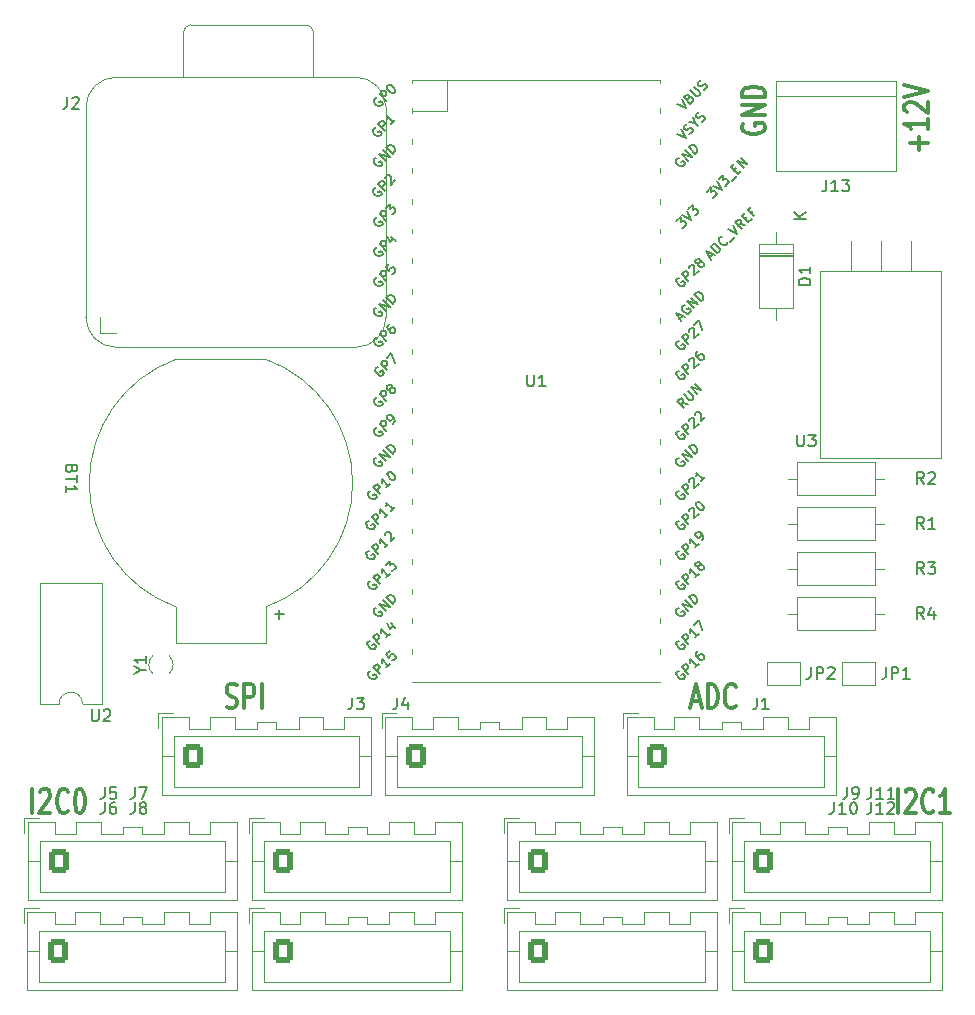
<source format=gto>
%TF.GenerationSoftware,KiCad,Pcbnew,7.0.7*%
%TF.CreationDate,2023-09-20T10:34:10+01:00*%
%TF.ProjectId,telemetry board,74656c65-6d65-4747-9279-20626f617264,rev?*%
%TF.SameCoordinates,Original*%
%TF.FileFunction,Legend,Top*%
%TF.FilePolarity,Positive*%
%FSLAX46Y46*%
G04 Gerber Fmt 4.6, Leading zero omitted, Abs format (unit mm)*
G04 Created by KiCad (PCBNEW 7.0.7) date 2023-09-20 10:34:10*
%MOMM*%
%LPD*%
G01*
G04 APERTURE LIST*
G04 Aperture macros list*
%AMRoundRect*
0 Rectangle with rounded corners*
0 $1 Rounding radius*
0 $2 $3 $4 $5 $6 $7 $8 $9 X,Y pos of 4 corners*
0 Add a 4 corners polygon primitive as box body*
4,1,4,$2,$3,$4,$5,$6,$7,$8,$9,$2,$3,0*
0 Add four circle primitives for the rounded corners*
1,1,$1+$1,$2,$3*
1,1,$1+$1,$4,$5*
1,1,$1+$1,$6,$7*
1,1,$1+$1,$8,$9*
0 Add four rect primitives between the rounded corners*
20,1,$1+$1,$2,$3,$4,$5,0*
20,1,$1+$1,$4,$5,$6,$7,0*
20,1,$1+$1,$6,$7,$8,$9,0*
20,1,$1+$1,$8,$9,$2,$3,0*%
G04 Aperture macros list end*
%ADD10C,0.300000*%
%ADD11C,0.150000*%
%ADD12C,0.120000*%
%ADD13C,1.524000*%
%ADD14C,1.600000*%
%ADD15O,1.600000X1.600000*%
%ADD16RoundRect,0.250000X-0.600000X-0.725000X0.600000X-0.725000X0.600000X0.725000X-0.600000X0.725000X0*%
%ADD17O,1.700000X1.950000*%
%ADD18O,1.800000X1.800000*%
%ADD19O,1.500000X1.500000*%
%ADD20O,1.700000X1.700000*%
%ADD21R,3.500000X1.700000*%
%ADD22R,1.700000X1.700000*%
%ADD23R,1.600000X1.600000*%
%ADD24R,1.000000X1.500000*%
%ADD25C,1.000000*%
%ADD26C,2.540000*%
%ADD27R,2.200000X2.200000*%
%ADD28O,2.200000X2.200000*%
%ADD29O,3.500000X3.500000*%
%ADD30R,1.905000X2.000000*%
%ADD31O,1.905000X2.000000*%
%ADD32R,3.000000X3.000000*%
%ADD33C,3.000000*%
%ADD34C,3.200000*%
G04 APERTURE END LIST*
D10*
X150343082Y-107118209D02*
X151057368Y-107118209D01*
X150200225Y-107689638D02*
X150700225Y-105689638D01*
X150700225Y-105689638D02*
X151200225Y-107689638D01*
X151700224Y-107689638D02*
X151700224Y-105689638D01*
X151700224Y-105689638D02*
X152057367Y-105689638D01*
X152057367Y-105689638D02*
X152271653Y-105784876D01*
X152271653Y-105784876D02*
X152414510Y-105975352D01*
X152414510Y-105975352D02*
X152485939Y-106165828D01*
X152485939Y-106165828D02*
X152557367Y-106546780D01*
X152557367Y-106546780D02*
X152557367Y-106832495D01*
X152557367Y-106832495D02*
X152485939Y-107213447D01*
X152485939Y-107213447D02*
X152414510Y-107403923D01*
X152414510Y-107403923D02*
X152271653Y-107594400D01*
X152271653Y-107594400D02*
X152057367Y-107689638D01*
X152057367Y-107689638D02*
X151700224Y-107689638D01*
X154057367Y-107499161D02*
X153985939Y-107594400D01*
X153985939Y-107594400D02*
X153771653Y-107689638D01*
X153771653Y-107689638D02*
X153628796Y-107689638D01*
X153628796Y-107689638D02*
X153414510Y-107594400D01*
X153414510Y-107594400D02*
X153271653Y-107403923D01*
X153271653Y-107403923D02*
X153200224Y-107213447D01*
X153200224Y-107213447D02*
X153128796Y-106832495D01*
X153128796Y-106832495D02*
X153128796Y-106546780D01*
X153128796Y-106546780D02*
X153200224Y-106165828D01*
X153200224Y-106165828D02*
X153271653Y-105975352D01*
X153271653Y-105975352D02*
X153414510Y-105784876D01*
X153414510Y-105784876D02*
X153628796Y-105689638D01*
X153628796Y-105689638D02*
X153771653Y-105689638D01*
X153771653Y-105689638D02*
X153985939Y-105784876D01*
X153985939Y-105784876D02*
X154057367Y-105880114D01*
X169592733Y-60450224D02*
X169592733Y-59307367D01*
X170354638Y-59878795D02*
X168830828Y-59878795D01*
X170354638Y-57807366D02*
X170354638Y-58664509D01*
X170354638Y-58235938D02*
X168354638Y-58235938D01*
X168354638Y-58235938D02*
X168640352Y-58378795D01*
X168640352Y-58378795D02*
X168830828Y-58521652D01*
X168830828Y-58521652D02*
X168926066Y-58664509D01*
X168545114Y-57235938D02*
X168449876Y-57164510D01*
X168449876Y-57164510D02*
X168354638Y-57021653D01*
X168354638Y-57021653D02*
X168354638Y-56664510D01*
X168354638Y-56664510D02*
X168449876Y-56521653D01*
X168449876Y-56521653D02*
X168545114Y-56450224D01*
X168545114Y-56450224D02*
X168735590Y-56378795D01*
X168735590Y-56378795D02*
X168926066Y-56378795D01*
X168926066Y-56378795D02*
X169211780Y-56450224D01*
X169211780Y-56450224D02*
X170354638Y-57307367D01*
X170354638Y-57307367D02*
X170354638Y-56378795D01*
X168354638Y-55950224D02*
X170354638Y-55450224D01*
X170354638Y-55450224D02*
X168354638Y-54950224D01*
X154679876Y-58235939D02*
X154584638Y-58378797D01*
X154584638Y-58378797D02*
X154584638Y-58593082D01*
X154584638Y-58593082D02*
X154679876Y-58807368D01*
X154679876Y-58807368D02*
X154870352Y-58950225D01*
X154870352Y-58950225D02*
X155060828Y-59021654D01*
X155060828Y-59021654D02*
X155441780Y-59093082D01*
X155441780Y-59093082D02*
X155727495Y-59093082D01*
X155727495Y-59093082D02*
X156108447Y-59021654D01*
X156108447Y-59021654D02*
X156298923Y-58950225D01*
X156298923Y-58950225D02*
X156489400Y-58807368D01*
X156489400Y-58807368D02*
X156584638Y-58593082D01*
X156584638Y-58593082D02*
X156584638Y-58450225D01*
X156584638Y-58450225D02*
X156489400Y-58235939D01*
X156489400Y-58235939D02*
X156394161Y-58164511D01*
X156394161Y-58164511D02*
X155727495Y-58164511D01*
X155727495Y-58164511D02*
X155727495Y-58450225D01*
X156584638Y-57521654D02*
X154584638Y-57521654D01*
X154584638Y-57521654D02*
X156584638Y-56664511D01*
X156584638Y-56664511D02*
X154584638Y-56664511D01*
X156584638Y-55950225D02*
X154584638Y-55950225D01*
X154584638Y-55950225D02*
X154584638Y-55593082D01*
X154584638Y-55593082D02*
X154679876Y-55378796D01*
X154679876Y-55378796D02*
X154870352Y-55235939D01*
X154870352Y-55235939D02*
X155060828Y-55164510D01*
X155060828Y-55164510D02*
X155441780Y-55093082D01*
X155441780Y-55093082D02*
X155727495Y-55093082D01*
X155727495Y-55093082D02*
X156108447Y-55164510D01*
X156108447Y-55164510D02*
X156298923Y-55235939D01*
X156298923Y-55235939D02*
X156489400Y-55378796D01*
X156489400Y-55378796D02*
X156584638Y-55593082D01*
X156584638Y-55593082D02*
X156584638Y-55950225D01*
X167808346Y-116579638D02*
X167808346Y-114579638D01*
X168451204Y-114770114D02*
X168522632Y-114674876D01*
X168522632Y-114674876D02*
X168665490Y-114579638D01*
X168665490Y-114579638D02*
X169022632Y-114579638D01*
X169022632Y-114579638D02*
X169165490Y-114674876D01*
X169165490Y-114674876D02*
X169236918Y-114770114D01*
X169236918Y-114770114D02*
X169308347Y-114960590D01*
X169308347Y-114960590D02*
X169308347Y-115151066D01*
X169308347Y-115151066D02*
X169236918Y-115436780D01*
X169236918Y-115436780D02*
X168379775Y-116579638D01*
X168379775Y-116579638D02*
X169308347Y-116579638D01*
X170808346Y-116389161D02*
X170736918Y-116484400D01*
X170736918Y-116484400D02*
X170522632Y-116579638D01*
X170522632Y-116579638D02*
X170379775Y-116579638D01*
X170379775Y-116579638D02*
X170165489Y-116484400D01*
X170165489Y-116484400D02*
X170022632Y-116293923D01*
X170022632Y-116293923D02*
X169951203Y-116103447D01*
X169951203Y-116103447D02*
X169879775Y-115722495D01*
X169879775Y-115722495D02*
X169879775Y-115436780D01*
X169879775Y-115436780D02*
X169951203Y-115055828D01*
X169951203Y-115055828D02*
X170022632Y-114865352D01*
X170022632Y-114865352D02*
X170165489Y-114674876D01*
X170165489Y-114674876D02*
X170379775Y-114579638D01*
X170379775Y-114579638D02*
X170522632Y-114579638D01*
X170522632Y-114579638D02*
X170736918Y-114674876D01*
X170736918Y-114674876D02*
X170808346Y-114770114D01*
X172236918Y-116579638D02*
X171379775Y-116579638D01*
X171808346Y-116579638D02*
X171808346Y-114579638D01*
X171808346Y-114579638D02*
X171665489Y-114865352D01*
X171665489Y-114865352D02*
X171522632Y-115055828D01*
X171522632Y-115055828D02*
X171379775Y-115151066D01*
X110973082Y-107594400D02*
X111187368Y-107689638D01*
X111187368Y-107689638D02*
X111544510Y-107689638D01*
X111544510Y-107689638D02*
X111687368Y-107594400D01*
X111687368Y-107594400D02*
X111758796Y-107499161D01*
X111758796Y-107499161D02*
X111830225Y-107308685D01*
X111830225Y-107308685D02*
X111830225Y-107118209D01*
X111830225Y-107118209D02*
X111758796Y-106927733D01*
X111758796Y-106927733D02*
X111687368Y-106832495D01*
X111687368Y-106832495D02*
X111544510Y-106737257D01*
X111544510Y-106737257D02*
X111258796Y-106642019D01*
X111258796Y-106642019D02*
X111115939Y-106546780D01*
X111115939Y-106546780D02*
X111044510Y-106451542D01*
X111044510Y-106451542D02*
X110973082Y-106261066D01*
X110973082Y-106261066D02*
X110973082Y-106070590D01*
X110973082Y-106070590D02*
X111044510Y-105880114D01*
X111044510Y-105880114D02*
X111115939Y-105784876D01*
X111115939Y-105784876D02*
X111258796Y-105689638D01*
X111258796Y-105689638D02*
X111615939Y-105689638D01*
X111615939Y-105689638D02*
X111830225Y-105784876D01*
X112473081Y-107689638D02*
X112473081Y-105689638D01*
X112473081Y-105689638D02*
X113044510Y-105689638D01*
X113044510Y-105689638D02*
X113187367Y-105784876D01*
X113187367Y-105784876D02*
X113258796Y-105880114D01*
X113258796Y-105880114D02*
X113330224Y-106070590D01*
X113330224Y-106070590D02*
X113330224Y-106356304D01*
X113330224Y-106356304D02*
X113258796Y-106546780D01*
X113258796Y-106546780D02*
X113187367Y-106642019D01*
X113187367Y-106642019D02*
X113044510Y-106737257D01*
X113044510Y-106737257D02*
X112473081Y-106737257D01*
X113973081Y-107689638D02*
X113973081Y-105689638D01*
X94534510Y-116579638D02*
X94534510Y-114579638D01*
X95177368Y-114770114D02*
X95248796Y-114674876D01*
X95248796Y-114674876D02*
X95391654Y-114579638D01*
X95391654Y-114579638D02*
X95748796Y-114579638D01*
X95748796Y-114579638D02*
X95891654Y-114674876D01*
X95891654Y-114674876D02*
X95963082Y-114770114D01*
X95963082Y-114770114D02*
X96034511Y-114960590D01*
X96034511Y-114960590D02*
X96034511Y-115151066D01*
X96034511Y-115151066D02*
X95963082Y-115436780D01*
X95963082Y-115436780D02*
X95105939Y-116579638D01*
X95105939Y-116579638D02*
X96034511Y-116579638D01*
X97534510Y-116389161D02*
X97463082Y-116484400D01*
X97463082Y-116484400D02*
X97248796Y-116579638D01*
X97248796Y-116579638D02*
X97105939Y-116579638D01*
X97105939Y-116579638D02*
X96891653Y-116484400D01*
X96891653Y-116484400D02*
X96748796Y-116293923D01*
X96748796Y-116293923D02*
X96677367Y-116103447D01*
X96677367Y-116103447D02*
X96605939Y-115722495D01*
X96605939Y-115722495D02*
X96605939Y-115436780D01*
X96605939Y-115436780D02*
X96677367Y-115055828D01*
X96677367Y-115055828D02*
X96748796Y-114865352D01*
X96748796Y-114865352D02*
X96891653Y-114674876D01*
X96891653Y-114674876D02*
X97105939Y-114579638D01*
X97105939Y-114579638D02*
X97248796Y-114579638D01*
X97248796Y-114579638D02*
X97463082Y-114674876D01*
X97463082Y-114674876D02*
X97534510Y-114770114D01*
X98463082Y-114579638D02*
X98605939Y-114579638D01*
X98605939Y-114579638D02*
X98748796Y-114674876D01*
X98748796Y-114674876D02*
X98820225Y-114770114D01*
X98820225Y-114770114D02*
X98891653Y-114960590D01*
X98891653Y-114960590D02*
X98963082Y-115341542D01*
X98963082Y-115341542D02*
X98963082Y-115817733D01*
X98963082Y-115817733D02*
X98891653Y-116198685D01*
X98891653Y-116198685D02*
X98820225Y-116389161D01*
X98820225Y-116389161D02*
X98748796Y-116484400D01*
X98748796Y-116484400D02*
X98605939Y-116579638D01*
X98605939Y-116579638D02*
X98463082Y-116579638D01*
X98463082Y-116579638D02*
X98320225Y-116484400D01*
X98320225Y-116484400D02*
X98248796Y-116389161D01*
X98248796Y-116389161D02*
X98177367Y-116198685D01*
X98177367Y-116198685D02*
X98105939Y-115817733D01*
X98105939Y-115817733D02*
X98105939Y-115341542D01*
X98105939Y-115341542D02*
X98177367Y-114960590D01*
X98177367Y-114960590D02*
X98248796Y-114770114D01*
X98248796Y-114770114D02*
X98320225Y-114674876D01*
X98320225Y-114674876D02*
X98463082Y-114579638D01*
D11*
X97858990Y-87479285D02*
X97811371Y-87622142D01*
X97811371Y-87622142D02*
X97763752Y-87669761D01*
X97763752Y-87669761D02*
X97668514Y-87717380D01*
X97668514Y-87717380D02*
X97525657Y-87717380D01*
X97525657Y-87717380D02*
X97430419Y-87669761D01*
X97430419Y-87669761D02*
X97382800Y-87622142D01*
X97382800Y-87622142D02*
X97335180Y-87526904D01*
X97335180Y-87526904D02*
X97335180Y-87145952D01*
X97335180Y-87145952D02*
X98335180Y-87145952D01*
X98335180Y-87145952D02*
X98335180Y-87479285D01*
X98335180Y-87479285D02*
X98287561Y-87574523D01*
X98287561Y-87574523D02*
X98239942Y-87622142D01*
X98239942Y-87622142D02*
X98144704Y-87669761D01*
X98144704Y-87669761D02*
X98049466Y-87669761D01*
X98049466Y-87669761D02*
X97954228Y-87622142D01*
X97954228Y-87622142D02*
X97906609Y-87574523D01*
X97906609Y-87574523D02*
X97858990Y-87479285D01*
X97858990Y-87479285D02*
X97858990Y-87145952D01*
X98335180Y-88003095D02*
X98335180Y-88574523D01*
X97335180Y-88288809D02*
X98335180Y-88288809D01*
X97335180Y-89431666D02*
X97335180Y-88860238D01*
X97335180Y-89145952D02*
X98335180Y-89145952D01*
X98335180Y-89145952D02*
X98192323Y-89050714D01*
X98192323Y-89050714D02*
X98097085Y-88955476D01*
X98097085Y-88955476D02*
X98049466Y-88860238D01*
X115446133Y-99373779D02*
X115446133Y-100135684D01*
X115065180Y-99754731D02*
X115827085Y-99754731D01*
X170013333Y-92529819D02*
X169680000Y-92053628D01*
X169441905Y-92529819D02*
X169441905Y-91529819D01*
X169441905Y-91529819D02*
X169822857Y-91529819D01*
X169822857Y-91529819D02*
X169918095Y-91577438D01*
X169918095Y-91577438D02*
X169965714Y-91625057D01*
X169965714Y-91625057D02*
X170013333Y-91720295D01*
X170013333Y-91720295D02*
X170013333Y-91863152D01*
X170013333Y-91863152D02*
X169965714Y-91958390D01*
X169965714Y-91958390D02*
X169918095Y-92006009D01*
X169918095Y-92006009D02*
X169822857Y-92053628D01*
X169822857Y-92053628D02*
X169441905Y-92053628D01*
X170965714Y-92529819D02*
X170394286Y-92529819D01*
X170680000Y-92529819D02*
X170680000Y-91529819D01*
X170680000Y-91529819D02*
X170584762Y-91672676D01*
X170584762Y-91672676D02*
X170489524Y-91767914D01*
X170489524Y-91767914D02*
X170394286Y-91815533D01*
X163496666Y-114389819D02*
X163496666Y-115104104D01*
X163496666Y-115104104D02*
X163449047Y-115246961D01*
X163449047Y-115246961D02*
X163353809Y-115342200D01*
X163353809Y-115342200D02*
X163210952Y-115389819D01*
X163210952Y-115389819D02*
X163115714Y-115389819D01*
X164020476Y-115389819D02*
X164210952Y-115389819D01*
X164210952Y-115389819D02*
X164306190Y-115342200D01*
X164306190Y-115342200D02*
X164353809Y-115294580D01*
X164353809Y-115294580D02*
X164449047Y-115151723D01*
X164449047Y-115151723D02*
X164496666Y-114961247D01*
X164496666Y-114961247D02*
X164496666Y-114580295D01*
X164496666Y-114580295D02*
X164449047Y-114485057D01*
X164449047Y-114485057D02*
X164401428Y-114437438D01*
X164401428Y-114437438D02*
X164306190Y-114389819D01*
X164306190Y-114389819D02*
X164115714Y-114389819D01*
X164115714Y-114389819D02*
X164020476Y-114437438D01*
X164020476Y-114437438D02*
X163972857Y-114485057D01*
X163972857Y-114485057D02*
X163925238Y-114580295D01*
X163925238Y-114580295D02*
X163925238Y-114818390D01*
X163925238Y-114818390D02*
X163972857Y-114913628D01*
X163972857Y-114913628D02*
X164020476Y-114961247D01*
X164020476Y-114961247D02*
X164115714Y-115008866D01*
X164115714Y-115008866D02*
X164306190Y-115008866D01*
X164306190Y-115008866D02*
X164401428Y-114961247D01*
X164401428Y-114961247D02*
X164449047Y-114913628D01*
X164449047Y-114913628D02*
X164496666Y-114818390D01*
X170013333Y-96339819D02*
X169680000Y-95863628D01*
X169441905Y-96339819D02*
X169441905Y-95339819D01*
X169441905Y-95339819D02*
X169822857Y-95339819D01*
X169822857Y-95339819D02*
X169918095Y-95387438D01*
X169918095Y-95387438D02*
X169965714Y-95435057D01*
X169965714Y-95435057D02*
X170013333Y-95530295D01*
X170013333Y-95530295D02*
X170013333Y-95673152D01*
X170013333Y-95673152D02*
X169965714Y-95768390D01*
X169965714Y-95768390D02*
X169918095Y-95816009D01*
X169918095Y-95816009D02*
X169822857Y-95863628D01*
X169822857Y-95863628D02*
X169441905Y-95863628D01*
X170346667Y-95339819D02*
X170965714Y-95339819D01*
X170965714Y-95339819D02*
X170632381Y-95720771D01*
X170632381Y-95720771D02*
X170775238Y-95720771D01*
X170775238Y-95720771D02*
X170870476Y-95768390D01*
X170870476Y-95768390D02*
X170918095Y-95816009D01*
X170918095Y-95816009D02*
X170965714Y-95911247D01*
X170965714Y-95911247D02*
X170965714Y-96149342D01*
X170965714Y-96149342D02*
X170918095Y-96244580D01*
X170918095Y-96244580D02*
X170870476Y-96292200D01*
X170870476Y-96292200D02*
X170775238Y-96339819D01*
X170775238Y-96339819D02*
X170489524Y-96339819D01*
X170489524Y-96339819D02*
X170394286Y-96292200D01*
X170394286Y-96292200D02*
X170346667Y-96244580D01*
X136398095Y-79464819D02*
X136398095Y-80274342D01*
X136398095Y-80274342D02*
X136445714Y-80369580D01*
X136445714Y-80369580D02*
X136493333Y-80417200D01*
X136493333Y-80417200D02*
X136588571Y-80464819D01*
X136588571Y-80464819D02*
X136779047Y-80464819D01*
X136779047Y-80464819D02*
X136874285Y-80417200D01*
X136874285Y-80417200D02*
X136921904Y-80369580D01*
X136921904Y-80369580D02*
X136969523Y-80274342D01*
X136969523Y-80274342D02*
X136969523Y-79464819D01*
X137969523Y-80464819D02*
X137398095Y-80464819D01*
X137683809Y-80464819D02*
X137683809Y-79464819D01*
X137683809Y-79464819D02*
X137588571Y-79607676D01*
X137588571Y-79607676D02*
X137493333Y-79702914D01*
X137493333Y-79702914D02*
X137398095Y-79750533D01*
X123673372Y-66161494D02*
X123592560Y-66188431D01*
X123592560Y-66188431D02*
X123511748Y-66269243D01*
X123511748Y-66269243D02*
X123457873Y-66376993D01*
X123457873Y-66376993D02*
X123457873Y-66484742D01*
X123457873Y-66484742D02*
X123484810Y-66565555D01*
X123484810Y-66565555D02*
X123565623Y-66700242D01*
X123565623Y-66700242D02*
X123646435Y-66781054D01*
X123646435Y-66781054D02*
X123781122Y-66861866D01*
X123781122Y-66861866D02*
X123861934Y-66888803D01*
X123861934Y-66888803D02*
X123969684Y-66888803D01*
X123969684Y-66888803D02*
X124077433Y-66834929D01*
X124077433Y-66834929D02*
X124131308Y-66781054D01*
X124131308Y-66781054D02*
X124185183Y-66673304D01*
X124185183Y-66673304D02*
X124185183Y-66619429D01*
X124185183Y-66619429D02*
X123996621Y-66430868D01*
X123996621Y-66430868D02*
X123888871Y-66538617D01*
X124481494Y-66430868D02*
X123915809Y-65865182D01*
X123915809Y-65865182D02*
X124131308Y-65649683D01*
X124131308Y-65649683D02*
X124212120Y-65622746D01*
X124212120Y-65622746D02*
X124265995Y-65622746D01*
X124265995Y-65622746D02*
X124346807Y-65649683D01*
X124346807Y-65649683D02*
X124427619Y-65730495D01*
X124427619Y-65730495D02*
X124454557Y-65811307D01*
X124454557Y-65811307D02*
X124454557Y-65865182D01*
X124454557Y-65865182D02*
X124427619Y-65945994D01*
X124427619Y-65945994D02*
X124212120Y-66161494D01*
X124427619Y-65353372D02*
X124777806Y-65003185D01*
X124777806Y-65003185D02*
X124804743Y-65407246D01*
X124804743Y-65407246D02*
X124885555Y-65326434D01*
X124885555Y-65326434D02*
X124966367Y-65299497D01*
X124966367Y-65299497D02*
X125020242Y-65299497D01*
X125020242Y-65299497D02*
X125101054Y-65326434D01*
X125101054Y-65326434D02*
X125235741Y-65461121D01*
X125235741Y-65461121D02*
X125262679Y-65541933D01*
X125262679Y-65541933D02*
X125262679Y-65595808D01*
X125262679Y-65595808D02*
X125235741Y-65676620D01*
X125235741Y-65676620D02*
X125074117Y-65838245D01*
X125074117Y-65838245D02*
X124993305Y-65865182D01*
X124993305Y-65865182D02*
X124939430Y-65865182D01*
X123646435Y-86508431D02*
X123565623Y-86535368D01*
X123565623Y-86535368D02*
X123484811Y-86616180D01*
X123484811Y-86616180D02*
X123430936Y-86723930D01*
X123430936Y-86723930D02*
X123430936Y-86831680D01*
X123430936Y-86831680D02*
X123457873Y-86912492D01*
X123457873Y-86912492D02*
X123538685Y-87047179D01*
X123538685Y-87047179D02*
X123619498Y-87127991D01*
X123619498Y-87127991D02*
X123754185Y-87208803D01*
X123754185Y-87208803D02*
X123834997Y-87235741D01*
X123834997Y-87235741D02*
X123942746Y-87235741D01*
X123942746Y-87235741D02*
X124050496Y-87181866D01*
X124050496Y-87181866D02*
X124104371Y-87127991D01*
X124104371Y-87127991D02*
X124158246Y-87020241D01*
X124158246Y-87020241D02*
X124158246Y-86966367D01*
X124158246Y-86966367D02*
X123969684Y-86777805D01*
X123969684Y-86777805D02*
X123861934Y-86885554D01*
X124454557Y-86777805D02*
X123888872Y-86212119D01*
X123888872Y-86212119D02*
X124777806Y-86454556D01*
X124777806Y-86454556D02*
X124212120Y-85888871D01*
X125047180Y-86185182D02*
X124481494Y-85619497D01*
X124481494Y-85619497D02*
X124616181Y-85484810D01*
X124616181Y-85484810D02*
X124723931Y-85430935D01*
X124723931Y-85430935D02*
X124831680Y-85430935D01*
X124831680Y-85430935D02*
X124912493Y-85457872D01*
X124912493Y-85457872D02*
X125047180Y-85538685D01*
X125047180Y-85538685D02*
X125127992Y-85619497D01*
X125127992Y-85619497D02*
X125208804Y-85754184D01*
X125208804Y-85754184D02*
X125235741Y-85834996D01*
X125235741Y-85834996D02*
X125235741Y-85942746D01*
X125235741Y-85942746D02*
X125181867Y-86050495D01*
X125181867Y-86050495D02*
X125047180Y-86185182D01*
X149257998Y-89300868D02*
X149177185Y-89327805D01*
X149177185Y-89327805D02*
X149096373Y-89408618D01*
X149096373Y-89408618D02*
X149042498Y-89516367D01*
X149042498Y-89516367D02*
X149042498Y-89624117D01*
X149042498Y-89624117D02*
X149069436Y-89704929D01*
X149069436Y-89704929D02*
X149150248Y-89839616D01*
X149150248Y-89839616D02*
X149231060Y-89920428D01*
X149231060Y-89920428D02*
X149365747Y-90001241D01*
X149365747Y-90001241D02*
X149446560Y-90028178D01*
X149446560Y-90028178D02*
X149554309Y-90028178D01*
X149554309Y-90028178D02*
X149662059Y-89974303D01*
X149662059Y-89974303D02*
X149715934Y-89920428D01*
X149715934Y-89920428D02*
X149769808Y-89812679D01*
X149769808Y-89812679D02*
X149769808Y-89758804D01*
X149769808Y-89758804D02*
X149581247Y-89570242D01*
X149581247Y-89570242D02*
X149473497Y-89677992D01*
X150066120Y-89570242D02*
X149500434Y-89004557D01*
X149500434Y-89004557D02*
X149715934Y-88789057D01*
X149715934Y-88789057D02*
X149796746Y-88762120D01*
X149796746Y-88762120D02*
X149850621Y-88762120D01*
X149850621Y-88762120D02*
X149931433Y-88789057D01*
X149931433Y-88789057D02*
X150012245Y-88869870D01*
X150012245Y-88869870D02*
X150039182Y-88950682D01*
X150039182Y-88950682D02*
X150039182Y-89004557D01*
X150039182Y-89004557D02*
X150012245Y-89085369D01*
X150012245Y-89085369D02*
X149796746Y-89300868D01*
X150093057Y-88519683D02*
X150093057Y-88465809D01*
X150093057Y-88465809D02*
X150119995Y-88384996D01*
X150119995Y-88384996D02*
X150254682Y-88250309D01*
X150254682Y-88250309D02*
X150335494Y-88223372D01*
X150335494Y-88223372D02*
X150389369Y-88223372D01*
X150389369Y-88223372D02*
X150470181Y-88250309D01*
X150470181Y-88250309D02*
X150524056Y-88304184D01*
X150524056Y-88304184D02*
X150577930Y-88411934D01*
X150577930Y-88411934D02*
X150577930Y-89058431D01*
X150577930Y-89058431D02*
X150928117Y-88708245D01*
X151466865Y-88169497D02*
X151143616Y-88492746D01*
X151305240Y-88331121D02*
X150739555Y-87765436D01*
X150739555Y-87765436D02*
X150766492Y-87900123D01*
X150766492Y-87900123D02*
X150766492Y-88007873D01*
X150766492Y-88007873D02*
X150739555Y-88088685D01*
X149311873Y-74751240D02*
X149581247Y-74481866D01*
X149419623Y-74966739D02*
X149042499Y-74212492D01*
X149042499Y-74212492D02*
X149796746Y-74589615D01*
X149742871Y-73565994D02*
X149662059Y-73592932D01*
X149662059Y-73592932D02*
X149581247Y-73673744D01*
X149581247Y-73673744D02*
X149527372Y-73781494D01*
X149527372Y-73781494D02*
X149527372Y-73889243D01*
X149527372Y-73889243D02*
X149554310Y-73970055D01*
X149554310Y-73970055D02*
X149635122Y-74104742D01*
X149635122Y-74104742D02*
X149715934Y-74185555D01*
X149715934Y-74185555D02*
X149850621Y-74266367D01*
X149850621Y-74266367D02*
X149931433Y-74293304D01*
X149931433Y-74293304D02*
X150039183Y-74293304D01*
X150039183Y-74293304D02*
X150146932Y-74239429D01*
X150146932Y-74239429D02*
X150200807Y-74185555D01*
X150200807Y-74185555D02*
X150254682Y-74077805D01*
X150254682Y-74077805D02*
X150254682Y-74023930D01*
X150254682Y-74023930D02*
X150066120Y-73835368D01*
X150066120Y-73835368D02*
X149958371Y-73943118D01*
X150550993Y-73835368D02*
X149985308Y-73269683D01*
X149985308Y-73269683D02*
X150874242Y-73512120D01*
X150874242Y-73512120D02*
X150308557Y-72946434D01*
X151143616Y-73242746D02*
X150577931Y-72677060D01*
X150577931Y-72677060D02*
X150712618Y-72542373D01*
X150712618Y-72542373D02*
X150820367Y-72488498D01*
X150820367Y-72488498D02*
X150928117Y-72488498D01*
X150928117Y-72488498D02*
X151008929Y-72515436D01*
X151008929Y-72515436D02*
X151143616Y-72596248D01*
X151143616Y-72596248D02*
X151224428Y-72677060D01*
X151224428Y-72677060D02*
X151305241Y-72811747D01*
X151305241Y-72811747D02*
X151332178Y-72892560D01*
X151332178Y-72892560D02*
X151332178Y-73000309D01*
X151332178Y-73000309D02*
X151278303Y-73108059D01*
X151278303Y-73108059D02*
X151143616Y-73242746D01*
X149257998Y-91830868D02*
X149177185Y-91857805D01*
X149177185Y-91857805D02*
X149096373Y-91938618D01*
X149096373Y-91938618D02*
X149042498Y-92046367D01*
X149042498Y-92046367D02*
X149042498Y-92154117D01*
X149042498Y-92154117D02*
X149069436Y-92234929D01*
X149069436Y-92234929D02*
X149150248Y-92369616D01*
X149150248Y-92369616D02*
X149231060Y-92450428D01*
X149231060Y-92450428D02*
X149365747Y-92531241D01*
X149365747Y-92531241D02*
X149446560Y-92558178D01*
X149446560Y-92558178D02*
X149554309Y-92558178D01*
X149554309Y-92558178D02*
X149662059Y-92504303D01*
X149662059Y-92504303D02*
X149715934Y-92450428D01*
X149715934Y-92450428D02*
X149769808Y-92342679D01*
X149769808Y-92342679D02*
X149769808Y-92288804D01*
X149769808Y-92288804D02*
X149581247Y-92100242D01*
X149581247Y-92100242D02*
X149473497Y-92207992D01*
X150066120Y-92100242D02*
X149500434Y-91534557D01*
X149500434Y-91534557D02*
X149715934Y-91319057D01*
X149715934Y-91319057D02*
X149796746Y-91292120D01*
X149796746Y-91292120D02*
X149850621Y-91292120D01*
X149850621Y-91292120D02*
X149931433Y-91319057D01*
X149931433Y-91319057D02*
X150012245Y-91399870D01*
X150012245Y-91399870D02*
X150039182Y-91480682D01*
X150039182Y-91480682D02*
X150039182Y-91534557D01*
X150039182Y-91534557D02*
X150012245Y-91615369D01*
X150012245Y-91615369D02*
X149796746Y-91830868D01*
X150093057Y-91049683D02*
X150093057Y-90995809D01*
X150093057Y-90995809D02*
X150119995Y-90914996D01*
X150119995Y-90914996D02*
X150254682Y-90780309D01*
X150254682Y-90780309D02*
X150335494Y-90753372D01*
X150335494Y-90753372D02*
X150389369Y-90753372D01*
X150389369Y-90753372D02*
X150470181Y-90780309D01*
X150470181Y-90780309D02*
X150524056Y-90834184D01*
X150524056Y-90834184D02*
X150577930Y-90941934D01*
X150577930Y-90941934D02*
X150577930Y-91588431D01*
X150577930Y-91588431D02*
X150928117Y-91238245D01*
X150712618Y-90322373D02*
X150766492Y-90268499D01*
X150766492Y-90268499D02*
X150847305Y-90241561D01*
X150847305Y-90241561D02*
X150901179Y-90241561D01*
X150901179Y-90241561D02*
X150981992Y-90268499D01*
X150981992Y-90268499D02*
X151116679Y-90349311D01*
X151116679Y-90349311D02*
X151251366Y-90483998D01*
X151251366Y-90483998D02*
X151332178Y-90618685D01*
X151332178Y-90618685D02*
X151359115Y-90699497D01*
X151359115Y-90699497D02*
X151359115Y-90753372D01*
X151359115Y-90753372D02*
X151332178Y-90834184D01*
X151332178Y-90834184D02*
X151278303Y-90888059D01*
X151278303Y-90888059D02*
X151197491Y-90914996D01*
X151197491Y-90914996D02*
X151143616Y-90914996D01*
X151143616Y-90914996D02*
X151062804Y-90888059D01*
X151062804Y-90888059D02*
X150928117Y-90807247D01*
X150928117Y-90807247D02*
X150793430Y-90672560D01*
X150793430Y-90672560D02*
X150712618Y-90537873D01*
X150712618Y-90537873D02*
X150685680Y-90457060D01*
X150685680Y-90457060D02*
X150685680Y-90403186D01*
X150685680Y-90403186D02*
X150712618Y-90322373D01*
X149257998Y-79130868D02*
X149177185Y-79157805D01*
X149177185Y-79157805D02*
X149096373Y-79238618D01*
X149096373Y-79238618D02*
X149042498Y-79346367D01*
X149042498Y-79346367D02*
X149042498Y-79454117D01*
X149042498Y-79454117D02*
X149069436Y-79534929D01*
X149069436Y-79534929D02*
X149150248Y-79669616D01*
X149150248Y-79669616D02*
X149231060Y-79750428D01*
X149231060Y-79750428D02*
X149365747Y-79831241D01*
X149365747Y-79831241D02*
X149446560Y-79858178D01*
X149446560Y-79858178D02*
X149554309Y-79858178D01*
X149554309Y-79858178D02*
X149662059Y-79804303D01*
X149662059Y-79804303D02*
X149715934Y-79750428D01*
X149715934Y-79750428D02*
X149769808Y-79642679D01*
X149769808Y-79642679D02*
X149769808Y-79588804D01*
X149769808Y-79588804D02*
X149581247Y-79400242D01*
X149581247Y-79400242D02*
X149473497Y-79507992D01*
X150066120Y-79400242D02*
X149500434Y-78834557D01*
X149500434Y-78834557D02*
X149715934Y-78619057D01*
X149715934Y-78619057D02*
X149796746Y-78592120D01*
X149796746Y-78592120D02*
X149850621Y-78592120D01*
X149850621Y-78592120D02*
X149931433Y-78619057D01*
X149931433Y-78619057D02*
X150012245Y-78699870D01*
X150012245Y-78699870D02*
X150039182Y-78780682D01*
X150039182Y-78780682D02*
X150039182Y-78834557D01*
X150039182Y-78834557D02*
X150012245Y-78915369D01*
X150012245Y-78915369D02*
X149796746Y-79130868D01*
X150093057Y-78349683D02*
X150093057Y-78295809D01*
X150093057Y-78295809D02*
X150119995Y-78214996D01*
X150119995Y-78214996D02*
X150254682Y-78080309D01*
X150254682Y-78080309D02*
X150335494Y-78053372D01*
X150335494Y-78053372D02*
X150389369Y-78053372D01*
X150389369Y-78053372D02*
X150470181Y-78080309D01*
X150470181Y-78080309D02*
X150524056Y-78134184D01*
X150524056Y-78134184D02*
X150577930Y-78241934D01*
X150577930Y-78241934D02*
X150577930Y-78888431D01*
X150577930Y-78888431D02*
X150928117Y-78538245D01*
X150847305Y-77487686D02*
X150739555Y-77595436D01*
X150739555Y-77595436D02*
X150712618Y-77676248D01*
X150712618Y-77676248D02*
X150712618Y-77730123D01*
X150712618Y-77730123D02*
X150739555Y-77864810D01*
X150739555Y-77864810D02*
X150820367Y-77999497D01*
X150820367Y-77999497D02*
X151035866Y-78214996D01*
X151035866Y-78214996D02*
X151116679Y-78241934D01*
X151116679Y-78241934D02*
X151170553Y-78241934D01*
X151170553Y-78241934D02*
X151251366Y-78214996D01*
X151251366Y-78214996D02*
X151359115Y-78107247D01*
X151359115Y-78107247D02*
X151386053Y-78026434D01*
X151386053Y-78026434D02*
X151386053Y-77972560D01*
X151386053Y-77972560D02*
X151359115Y-77891747D01*
X151359115Y-77891747D02*
X151224428Y-77757060D01*
X151224428Y-77757060D02*
X151143616Y-77730123D01*
X151143616Y-77730123D02*
X151089741Y-77730123D01*
X151089741Y-77730123D02*
X151008929Y-77757060D01*
X151008929Y-77757060D02*
X150901179Y-77864810D01*
X150901179Y-77864810D02*
X150874242Y-77945622D01*
X150874242Y-77945622D02*
X150874242Y-77999497D01*
X150874242Y-77999497D02*
X150901179Y-78080309D01*
X123646435Y-99208431D02*
X123565623Y-99235368D01*
X123565623Y-99235368D02*
X123484811Y-99316180D01*
X123484811Y-99316180D02*
X123430936Y-99423930D01*
X123430936Y-99423930D02*
X123430936Y-99531680D01*
X123430936Y-99531680D02*
X123457873Y-99612492D01*
X123457873Y-99612492D02*
X123538685Y-99747179D01*
X123538685Y-99747179D02*
X123619498Y-99827991D01*
X123619498Y-99827991D02*
X123754185Y-99908803D01*
X123754185Y-99908803D02*
X123834997Y-99935741D01*
X123834997Y-99935741D02*
X123942746Y-99935741D01*
X123942746Y-99935741D02*
X124050496Y-99881866D01*
X124050496Y-99881866D02*
X124104371Y-99827991D01*
X124104371Y-99827991D02*
X124158246Y-99720241D01*
X124158246Y-99720241D02*
X124158246Y-99666367D01*
X124158246Y-99666367D02*
X123969684Y-99477805D01*
X123969684Y-99477805D02*
X123861934Y-99585554D01*
X124454557Y-99477805D02*
X123888872Y-98912119D01*
X123888872Y-98912119D02*
X124777806Y-99154556D01*
X124777806Y-99154556D02*
X124212120Y-98588871D01*
X125047180Y-98885182D02*
X124481494Y-98319497D01*
X124481494Y-98319497D02*
X124616181Y-98184810D01*
X124616181Y-98184810D02*
X124723931Y-98130935D01*
X124723931Y-98130935D02*
X124831680Y-98130935D01*
X124831680Y-98130935D02*
X124912493Y-98157872D01*
X124912493Y-98157872D02*
X125047180Y-98238685D01*
X125047180Y-98238685D02*
X125127992Y-98319497D01*
X125127992Y-98319497D02*
X125208804Y-98454184D01*
X125208804Y-98454184D02*
X125235741Y-98534996D01*
X125235741Y-98534996D02*
X125235741Y-98642746D01*
X125235741Y-98642746D02*
X125181867Y-98750495D01*
X125181867Y-98750495D02*
X125047180Y-98885182D01*
X149257998Y-101990868D02*
X149177185Y-102017805D01*
X149177185Y-102017805D02*
X149096373Y-102098618D01*
X149096373Y-102098618D02*
X149042498Y-102206367D01*
X149042498Y-102206367D02*
X149042498Y-102314117D01*
X149042498Y-102314117D02*
X149069436Y-102394929D01*
X149069436Y-102394929D02*
X149150248Y-102529616D01*
X149150248Y-102529616D02*
X149231060Y-102610428D01*
X149231060Y-102610428D02*
X149365747Y-102691241D01*
X149365747Y-102691241D02*
X149446560Y-102718178D01*
X149446560Y-102718178D02*
X149554309Y-102718178D01*
X149554309Y-102718178D02*
X149662059Y-102664303D01*
X149662059Y-102664303D02*
X149715934Y-102610428D01*
X149715934Y-102610428D02*
X149769808Y-102502679D01*
X149769808Y-102502679D02*
X149769808Y-102448804D01*
X149769808Y-102448804D02*
X149581247Y-102260242D01*
X149581247Y-102260242D02*
X149473497Y-102367992D01*
X150066120Y-102260242D02*
X149500434Y-101694557D01*
X149500434Y-101694557D02*
X149715934Y-101479057D01*
X149715934Y-101479057D02*
X149796746Y-101452120D01*
X149796746Y-101452120D02*
X149850621Y-101452120D01*
X149850621Y-101452120D02*
X149931433Y-101479057D01*
X149931433Y-101479057D02*
X150012245Y-101559870D01*
X150012245Y-101559870D02*
X150039182Y-101640682D01*
X150039182Y-101640682D02*
X150039182Y-101694557D01*
X150039182Y-101694557D02*
X150012245Y-101775369D01*
X150012245Y-101775369D02*
X149796746Y-101990868D01*
X150928117Y-101398245D02*
X150604868Y-101721494D01*
X150766492Y-101559870D02*
X150200807Y-100994184D01*
X150200807Y-100994184D02*
X150227744Y-101128871D01*
X150227744Y-101128871D02*
X150227744Y-101236621D01*
X150227744Y-101236621D02*
X150200807Y-101317433D01*
X150550993Y-100643998D02*
X150928117Y-100266874D01*
X150928117Y-100266874D02*
X151251366Y-101074996D01*
X123673372Y-68701494D02*
X123592560Y-68728431D01*
X123592560Y-68728431D02*
X123511748Y-68809243D01*
X123511748Y-68809243D02*
X123457873Y-68916993D01*
X123457873Y-68916993D02*
X123457873Y-69024742D01*
X123457873Y-69024742D02*
X123484810Y-69105555D01*
X123484810Y-69105555D02*
X123565623Y-69240242D01*
X123565623Y-69240242D02*
X123646435Y-69321054D01*
X123646435Y-69321054D02*
X123781122Y-69401866D01*
X123781122Y-69401866D02*
X123861934Y-69428803D01*
X123861934Y-69428803D02*
X123969684Y-69428803D01*
X123969684Y-69428803D02*
X124077433Y-69374929D01*
X124077433Y-69374929D02*
X124131308Y-69321054D01*
X124131308Y-69321054D02*
X124185183Y-69213304D01*
X124185183Y-69213304D02*
X124185183Y-69159429D01*
X124185183Y-69159429D02*
X123996621Y-68970868D01*
X123996621Y-68970868D02*
X123888871Y-69078617D01*
X124481494Y-68970868D02*
X123915809Y-68405182D01*
X123915809Y-68405182D02*
X124131308Y-68189683D01*
X124131308Y-68189683D02*
X124212120Y-68162746D01*
X124212120Y-68162746D02*
X124265995Y-68162746D01*
X124265995Y-68162746D02*
X124346807Y-68189683D01*
X124346807Y-68189683D02*
X124427619Y-68270495D01*
X124427619Y-68270495D02*
X124454557Y-68351307D01*
X124454557Y-68351307D02*
X124454557Y-68405182D01*
X124454557Y-68405182D02*
X124427619Y-68485994D01*
X124427619Y-68485994D02*
X124212120Y-68701494D01*
X124912493Y-67785622D02*
X125289616Y-68162746D01*
X124562306Y-67704810D02*
X124831680Y-68243558D01*
X124831680Y-68243558D02*
X125181867Y-67893372D01*
X123673372Y-76321494D02*
X123592560Y-76348431D01*
X123592560Y-76348431D02*
X123511748Y-76429243D01*
X123511748Y-76429243D02*
X123457873Y-76536993D01*
X123457873Y-76536993D02*
X123457873Y-76644742D01*
X123457873Y-76644742D02*
X123484810Y-76725555D01*
X123484810Y-76725555D02*
X123565623Y-76860242D01*
X123565623Y-76860242D02*
X123646435Y-76941054D01*
X123646435Y-76941054D02*
X123781122Y-77021866D01*
X123781122Y-77021866D02*
X123861934Y-77048803D01*
X123861934Y-77048803D02*
X123969684Y-77048803D01*
X123969684Y-77048803D02*
X124077433Y-76994929D01*
X124077433Y-76994929D02*
X124131308Y-76941054D01*
X124131308Y-76941054D02*
X124185183Y-76833304D01*
X124185183Y-76833304D02*
X124185183Y-76779429D01*
X124185183Y-76779429D02*
X123996621Y-76590868D01*
X123996621Y-76590868D02*
X123888871Y-76698617D01*
X124481494Y-76590868D02*
X123915809Y-76025182D01*
X123915809Y-76025182D02*
X124131308Y-75809683D01*
X124131308Y-75809683D02*
X124212120Y-75782746D01*
X124212120Y-75782746D02*
X124265995Y-75782746D01*
X124265995Y-75782746D02*
X124346807Y-75809683D01*
X124346807Y-75809683D02*
X124427619Y-75890495D01*
X124427619Y-75890495D02*
X124454557Y-75971307D01*
X124454557Y-75971307D02*
X124454557Y-76025182D01*
X124454557Y-76025182D02*
X124427619Y-76105994D01*
X124427619Y-76105994D02*
X124212120Y-76321494D01*
X124723931Y-75217060D02*
X124616181Y-75324810D01*
X124616181Y-75324810D02*
X124589244Y-75405622D01*
X124589244Y-75405622D02*
X124589244Y-75459497D01*
X124589244Y-75459497D02*
X124616181Y-75594184D01*
X124616181Y-75594184D02*
X124696993Y-75728871D01*
X124696993Y-75728871D02*
X124912493Y-75944370D01*
X124912493Y-75944370D02*
X124993305Y-75971307D01*
X124993305Y-75971307D02*
X125047180Y-75971307D01*
X125047180Y-75971307D02*
X125127992Y-75944370D01*
X125127992Y-75944370D02*
X125235741Y-75836620D01*
X125235741Y-75836620D02*
X125262679Y-75755808D01*
X125262679Y-75755808D02*
X125262679Y-75701933D01*
X125262679Y-75701933D02*
X125235741Y-75621121D01*
X125235741Y-75621121D02*
X125101054Y-75486434D01*
X125101054Y-75486434D02*
X125020242Y-75459497D01*
X125020242Y-75459497D02*
X124966367Y-75459497D01*
X124966367Y-75459497D02*
X124885555Y-75486434D01*
X124885555Y-75486434D02*
X124777806Y-75594184D01*
X124777806Y-75594184D02*
X124750868Y-75674996D01*
X124750868Y-75674996D02*
X124750868Y-75728871D01*
X124750868Y-75728871D02*
X124777806Y-75809683D01*
X149080749Y-59080242D02*
X149834996Y-59457366D01*
X149834996Y-59457366D02*
X149457873Y-58703118D01*
X150158245Y-59080242D02*
X150265995Y-59026367D01*
X150265995Y-59026367D02*
X150400682Y-58891680D01*
X150400682Y-58891680D02*
X150427619Y-58810868D01*
X150427619Y-58810868D02*
X150427619Y-58756993D01*
X150427619Y-58756993D02*
X150400682Y-58676181D01*
X150400682Y-58676181D02*
X150346807Y-58622306D01*
X150346807Y-58622306D02*
X150265995Y-58595369D01*
X150265995Y-58595369D02*
X150212120Y-58595369D01*
X150212120Y-58595369D02*
X150131308Y-58622306D01*
X150131308Y-58622306D02*
X149996621Y-58703118D01*
X149996621Y-58703118D02*
X149915808Y-58730056D01*
X149915808Y-58730056D02*
X149861934Y-58730056D01*
X149861934Y-58730056D02*
X149781121Y-58703118D01*
X149781121Y-58703118D02*
X149727247Y-58649244D01*
X149727247Y-58649244D02*
X149700309Y-58568431D01*
X149700309Y-58568431D02*
X149700309Y-58514557D01*
X149700309Y-58514557D02*
X149727247Y-58433744D01*
X149727247Y-58433744D02*
X149861934Y-58299057D01*
X149861934Y-58299057D02*
X149969683Y-58245183D01*
X150589244Y-58164370D02*
X150858618Y-58433744D01*
X150104370Y-58056621D02*
X150589244Y-58164370D01*
X150589244Y-58164370D02*
X150481494Y-57679497D01*
X151181866Y-58056621D02*
X151289616Y-58002746D01*
X151289616Y-58002746D02*
X151424303Y-57868059D01*
X151424303Y-57868059D02*
X151451240Y-57787247D01*
X151451240Y-57787247D02*
X151451240Y-57733372D01*
X151451240Y-57733372D02*
X151424303Y-57652560D01*
X151424303Y-57652560D02*
X151370428Y-57598685D01*
X151370428Y-57598685D02*
X151289616Y-57571748D01*
X151289616Y-57571748D02*
X151235741Y-57571748D01*
X151235741Y-57571748D02*
X151154929Y-57598685D01*
X151154929Y-57598685D02*
X151020242Y-57679497D01*
X151020242Y-57679497D02*
X150939430Y-57706435D01*
X150939430Y-57706435D02*
X150885555Y-57706435D01*
X150885555Y-57706435D02*
X150804743Y-57679497D01*
X150804743Y-57679497D02*
X150750868Y-57625622D01*
X150750868Y-57625622D02*
X150723930Y-57544810D01*
X150723930Y-57544810D02*
X150723930Y-57490935D01*
X150723930Y-57490935D02*
X150750868Y-57410123D01*
X150750868Y-57410123D02*
X150885555Y-57275436D01*
X150885555Y-57275436D02*
X150993304Y-57221561D01*
X123673372Y-56001494D02*
X123592560Y-56028431D01*
X123592560Y-56028431D02*
X123511748Y-56109243D01*
X123511748Y-56109243D02*
X123457873Y-56216993D01*
X123457873Y-56216993D02*
X123457873Y-56324742D01*
X123457873Y-56324742D02*
X123484810Y-56405555D01*
X123484810Y-56405555D02*
X123565623Y-56540242D01*
X123565623Y-56540242D02*
X123646435Y-56621054D01*
X123646435Y-56621054D02*
X123781122Y-56701866D01*
X123781122Y-56701866D02*
X123861934Y-56728803D01*
X123861934Y-56728803D02*
X123969684Y-56728803D01*
X123969684Y-56728803D02*
X124077433Y-56674929D01*
X124077433Y-56674929D02*
X124131308Y-56621054D01*
X124131308Y-56621054D02*
X124185183Y-56513304D01*
X124185183Y-56513304D02*
X124185183Y-56459429D01*
X124185183Y-56459429D02*
X123996621Y-56270868D01*
X123996621Y-56270868D02*
X123888871Y-56378617D01*
X124481494Y-56270868D02*
X123915809Y-55705182D01*
X123915809Y-55705182D02*
X124131308Y-55489683D01*
X124131308Y-55489683D02*
X124212120Y-55462746D01*
X124212120Y-55462746D02*
X124265995Y-55462746D01*
X124265995Y-55462746D02*
X124346807Y-55489683D01*
X124346807Y-55489683D02*
X124427619Y-55570495D01*
X124427619Y-55570495D02*
X124454557Y-55651307D01*
X124454557Y-55651307D02*
X124454557Y-55705182D01*
X124454557Y-55705182D02*
X124427619Y-55785994D01*
X124427619Y-55785994D02*
X124212120Y-56001494D01*
X124589244Y-55031747D02*
X124643119Y-54977872D01*
X124643119Y-54977872D02*
X124723931Y-54950935D01*
X124723931Y-54950935D02*
X124777806Y-54950935D01*
X124777806Y-54950935D02*
X124858618Y-54977872D01*
X124858618Y-54977872D02*
X124993305Y-55058685D01*
X124993305Y-55058685D02*
X125127992Y-55193372D01*
X125127992Y-55193372D02*
X125208804Y-55328059D01*
X125208804Y-55328059D02*
X125235741Y-55408871D01*
X125235741Y-55408871D02*
X125235741Y-55462746D01*
X125235741Y-55462746D02*
X125208804Y-55543558D01*
X125208804Y-55543558D02*
X125154929Y-55597433D01*
X125154929Y-55597433D02*
X125074117Y-55624370D01*
X125074117Y-55624370D02*
X125020242Y-55624370D01*
X125020242Y-55624370D02*
X124939430Y-55597433D01*
X124939430Y-55597433D02*
X124804743Y-55516620D01*
X124804743Y-55516620D02*
X124670056Y-55381933D01*
X124670056Y-55381933D02*
X124589244Y-55247246D01*
X124589244Y-55247246D02*
X124562306Y-55166434D01*
X124562306Y-55166434D02*
X124562306Y-55112559D01*
X124562306Y-55112559D02*
X124589244Y-55031747D01*
X149257998Y-96910868D02*
X149177185Y-96937805D01*
X149177185Y-96937805D02*
X149096373Y-97018618D01*
X149096373Y-97018618D02*
X149042498Y-97126367D01*
X149042498Y-97126367D02*
X149042498Y-97234117D01*
X149042498Y-97234117D02*
X149069436Y-97314929D01*
X149069436Y-97314929D02*
X149150248Y-97449616D01*
X149150248Y-97449616D02*
X149231060Y-97530428D01*
X149231060Y-97530428D02*
X149365747Y-97611241D01*
X149365747Y-97611241D02*
X149446560Y-97638178D01*
X149446560Y-97638178D02*
X149554309Y-97638178D01*
X149554309Y-97638178D02*
X149662059Y-97584303D01*
X149662059Y-97584303D02*
X149715934Y-97530428D01*
X149715934Y-97530428D02*
X149769808Y-97422679D01*
X149769808Y-97422679D02*
X149769808Y-97368804D01*
X149769808Y-97368804D02*
X149581247Y-97180242D01*
X149581247Y-97180242D02*
X149473497Y-97287992D01*
X150066120Y-97180242D02*
X149500434Y-96614557D01*
X149500434Y-96614557D02*
X149715934Y-96399057D01*
X149715934Y-96399057D02*
X149796746Y-96372120D01*
X149796746Y-96372120D02*
X149850621Y-96372120D01*
X149850621Y-96372120D02*
X149931433Y-96399057D01*
X149931433Y-96399057D02*
X150012245Y-96479870D01*
X150012245Y-96479870D02*
X150039182Y-96560682D01*
X150039182Y-96560682D02*
X150039182Y-96614557D01*
X150039182Y-96614557D02*
X150012245Y-96695369D01*
X150012245Y-96695369D02*
X149796746Y-96910868D01*
X150928117Y-96318245D02*
X150604868Y-96641494D01*
X150766492Y-96479870D02*
X150200807Y-95914184D01*
X150200807Y-95914184D02*
X150227744Y-96048871D01*
X150227744Y-96048871D02*
X150227744Y-96156621D01*
X150227744Y-96156621D02*
X150200807Y-96237433D01*
X150928117Y-95671747D02*
X150847305Y-95698685D01*
X150847305Y-95698685D02*
X150793430Y-95698685D01*
X150793430Y-95698685D02*
X150712618Y-95671747D01*
X150712618Y-95671747D02*
X150685680Y-95644810D01*
X150685680Y-95644810D02*
X150658743Y-95563998D01*
X150658743Y-95563998D02*
X150658743Y-95510123D01*
X150658743Y-95510123D02*
X150685680Y-95429311D01*
X150685680Y-95429311D02*
X150793430Y-95321561D01*
X150793430Y-95321561D02*
X150874242Y-95294624D01*
X150874242Y-95294624D02*
X150928117Y-95294624D01*
X150928117Y-95294624D02*
X151008929Y-95321561D01*
X151008929Y-95321561D02*
X151035866Y-95348499D01*
X151035866Y-95348499D02*
X151062804Y-95429311D01*
X151062804Y-95429311D02*
X151062804Y-95483186D01*
X151062804Y-95483186D02*
X151035866Y-95563998D01*
X151035866Y-95563998D02*
X150928117Y-95671747D01*
X150928117Y-95671747D02*
X150901179Y-95752560D01*
X150901179Y-95752560D02*
X150901179Y-95806434D01*
X150901179Y-95806434D02*
X150928117Y-95887247D01*
X150928117Y-95887247D02*
X151035866Y-95994996D01*
X151035866Y-95994996D02*
X151116679Y-96021934D01*
X151116679Y-96021934D02*
X151170553Y-96021934D01*
X151170553Y-96021934D02*
X151251366Y-95994996D01*
X151251366Y-95994996D02*
X151359115Y-95887247D01*
X151359115Y-95887247D02*
X151386053Y-95806434D01*
X151386053Y-95806434D02*
X151386053Y-95752560D01*
X151386053Y-95752560D02*
X151359115Y-95671747D01*
X151359115Y-95671747D02*
X151251366Y-95563998D01*
X151251366Y-95563998D02*
X151170553Y-95537060D01*
X151170553Y-95537060D02*
X151116679Y-95537060D01*
X151116679Y-95537060D02*
X151035866Y-95563998D01*
X151855064Y-69544049D02*
X152124438Y-69274675D01*
X151962813Y-69759549D02*
X151585690Y-69005301D01*
X151585690Y-69005301D02*
X152339937Y-69382425D01*
X152528499Y-69193863D02*
X151962813Y-68628178D01*
X151962813Y-68628178D02*
X152097500Y-68493491D01*
X152097500Y-68493491D02*
X152205250Y-68439616D01*
X152205250Y-68439616D02*
X152312999Y-68439616D01*
X152312999Y-68439616D02*
X152393812Y-68466553D01*
X152393812Y-68466553D02*
X152528499Y-68547366D01*
X152528499Y-68547366D02*
X152609311Y-68628178D01*
X152609311Y-68628178D02*
X152690123Y-68762865D01*
X152690123Y-68762865D02*
X152717060Y-68843677D01*
X152717060Y-68843677D02*
X152717060Y-68951427D01*
X152717060Y-68951427D02*
X152663186Y-69059176D01*
X152663186Y-69059176D02*
X152528499Y-69193863D01*
X153363558Y-68251054D02*
X153363558Y-68304929D01*
X153363558Y-68304929D02*
X153309683Y-68412679D01*
X153309683Y-68412679D02*
X153255808Y-68466553D01*
X153255808Y-68466553D02*
X153148059Y-68520428D01*
X153148059Y-68520428D02*
X153040309Y-68520428D01*
X153040309Y-68520428D02*
X152959497Y-68493491D01*
X152959497Y-68493491D02*
X152824810Y-68412679D01*
X152824810Y-68412679D02*
X152743998Y-68331866D01*
X152743998Y-68331866D02*
X152663186Y-68197179D01*
X152663186Y-68197179D02*
X152636248Y-68116367D01*
X152636248Y-68116367D02*
X152636248Y-68008618D01*
X152636248Y-68008618D02*
X152690123Y-67900868D01*
X152690123Y-67900868D02*
X152743998Y-67846993D01*
X152743998Y-67846993D02*
X152851747Y-67793118D01*
X152851747Y-67793118D02*
X152905622Y-67793118D01*
X153579057Y-68251054D02*
X154010056Y-67820056D01*
X153444370Y-67146621D02*
X154198618Y-67523744D01*
X154198618Y-67523744D02*
X153821494Y-66769497D01*
X154898990Y-66823372D02*
X154441054Y-66742560D01*
X154575741Y-67146621D02*
X154010056Y-66580935D01*
X154010056Y-66580935D02*
X154225555Y-66365436D01*
X154225555Y-66365436D02*
X154306367Y-66338499D01*
X154306367Y-66338499D02*
X154360242Y-66338499D01*
X154360242Y-66338499D02*
X154441054Y-66365436D01*
X154441054Y-66365436D02*
X154521866Y-66446248D01*
X154521866Y-66446248D02*
X154548804Y-66527061D01*
X154548804Y-66527061D02*
X154548804Y-66580935D01*
X154548804Y-66580935D02*
X154521866Y-66661748D01*
X154521866Y-66661748D02*
X154306367Y-66877247D01*
X154845115Y-66284624D02*
X155033677Y-66096062D01*
X155410800Y-66311561D02*
X155141426Y-66580935D01*
X155141426Y-66580935D02*
X154575741Y-66015250D01*
X154575741Y-66015250D02*
X154845115Y-65745876D01*
X155545488Y-65584251D02*
X155356926Y-65772813D01*
X155653237Y-66069125D02*
X155087552Y-65503439D01*
X155087552Y-65503439D02*
X155356926Y-65234065D01*
X149113406Y-56537585D02*
X149867653Y-56914709D01*
X149867653Y-56914709D02*
X149490529Y-56160462D01*
X150137027Y-56052712D02*
X150244776Y-55998838D01*
X150244776Y-55998838D02*
X150298651Y-55998838D01*
X150298651Y-55998838D02*
X150379463Y-56025775D01*
X150379463Y-56025775D02*
X150460276Y-56106587D01*
X150460276Y-56106587D02*
X150487213Y-56187399D01*
X150487213Y-56187399D02*
X150487213Y-56241274D01*
X150487213Y-56241274D02*
X150460276Y-56322086D01*
X150460276Y-56322086D02*
X150244776Y-56537586D01*
X150244776Y-56537586D02*
X149679091Y-55971900D01*
X149679091Y-55971900D02*
X149867653Y-55783338D01*
X149867653Y-55783338D02*
X149948465Y-55756401D01*
X149948465Y-55756401D02*
X150002340Y-55756401D01*
X150002340Y-55756401D02*
X150083152Y-55783338D01*
X150083152Y-55783338D02*
X150137027Y-55837213D01*
X150137027Y-55837213D02*
X150163964Y-55918025D01*
X150163964Y-55918025D02*
X150163964Y-55971900D01*
X150163964Y-55971900D02*
X150137027Y-56052712D01*
X150137027Y-56052712D02*
X149948465Y-56241274D01*
X150244776Y-55406215D02*
X150702712Y-55864151D01*
X150702712Y-55864151D02*
X150783524Y-55891088D01*
X150783524Y-55891088D02*
X150837399Y-55891088D01*
X150837399Y-55891088D02*
X150918211Y-55864151D01*
X150918211Y-55864151D02*
X151025961Y-55756401D01*
X151025961Y-55756401D02*
X151052898Y-55675589D01*
X151052898Y-55675589D02*
X151052898Y-55621714D01*
X151052898Y-55621714D02*
X151025961Y-55540902D01*
X151025961Y-55540902D02*
X150568025Y-55082966D01*
X151349210Y-55379277D02*
X151456959Y-55325403D01*
X151456959Y-55325403D02*
X151591646Y-55190716D01*
X151591646Y-55190716D02*
X151618584Y-55109903D01*
X151618584Y-55109903D02*
X151618584Y-55056029D01*
X151618584Y-55056029D02*
X151591646Y-54975216D01*
X151591646Y-54975216D02*
X151537771Y-54921342D01*
X151537771Y-54921342D02*
X151456959Y-54894404D01*
X151456959Y-54894404D02*
X151403084Y-54894404D01*
X151403084Y-54894404D02*
X151322272Y-54921342D01*
X151322272Y-54921342D02*
X151187585Y-55002154D01*
X151187585Y-55002154D02*
X151106773Y-55029091D01*
X151106773Y-55029091D02*
X151052898Y-55029091D01*
X151052898Y-55029091D02*
X150972086Y-55002154D01*
X150972086Y-55002154D02*
X150918211Y-54948279D01*
X150918211Y-54948279D02*
X150891274Y-54867467D01*
X150891274Y-54867467D02*
X150891274Y-54813592D01*
X150891274Y-54813592D02*
X150918211Y-54732780D01*
X150918211Y-54732780D02*
X151052898Y-54598093D01*
X151052898Y-54598093D02*
X151160648Y-54544218D01*
X123573372Y-63621494D02*
X123492560Y-63648431D01*
X123492560Y-63648431D02*
X123411748Y-63729243D01*
X123411748Y-63729243D02*
X123357873Y-63836993D01*
X123357873Y-63836993D02*
X123357873Y-63944742D01*
X123357873Y-63944742D02*
X123384810Y-64025555D01*
X123384810Y-64025555D02*
X123465623Y-64160242D01*
X123465623Y-64160242D02*
X123546435Y-64241054D01*
X123546435Y-64241054D02*
X123681122Y-64321866D01*
X123681122Y-64321866D02*
X123761934Y-64348803D01*
X123761934Y-64348803D02*
X123869684Y-64348803D01*
X123869684Y-64348803D02*
X123977433Y-64294929D01*
X123977433Y-64294929D02*
X124031308Y-64241054D01*
X124031308Y-64241054D02*
X124085183Y-64133304D01*
X124085183Y-64133304D02*
X124085183Y-64079429D01*
X124085183Y-64079429D02*
X123896621Y-63890868D01*
X123896621Y-63890868D02*
X123788871Y-63998617D01*
X124381494Y-63890868D02*
X123815809Y-63325182D01*
X123815809Y-63325182D02*
X124031308Y-63109683D01*
X124031308Y-63109683D02*
X124112120Y-63082746D01*
X124112120Y-63082746D02*
X124165995Y-63082746D01*
X124165995Y-63082746D02*
X124246807Y-63109683D01*
X124246807Y-63109683D02*
X124327619Y-63190495D01*
X124327619Y-63190495D02*
X124354557Y-63271307D01*
X124354557Y-63271307D02*
X124354557Y-63325182D01*
X124354557Y-63325182D02*
X124327619Y-63405994D01*
X124327619Y-63405994D02*
X124112120Y-63621494D01*
X124408432Y-62840309D02*
X124408432Y-62786434D01*
X124408432Y-62786434D02*
X124435369Y-62705622D01*
X124435369Y-62705622D02*
X124570056Y-62570935D01*
X124570056Y-62570935D02*
X124650868Y-62543998D01*
X124650868Y-62543998D02*
X124704743Y-62543998D01*
X124704743Y-62543998D02*
X124785555Y-62570935D01*
X124785555Y-62570935D02*
X124839430Y-62624810D01*
X124839430Y-62624810D02*
X124893305Y-62732559D01*
X124893305Y-62732559D02*
X124893305Y-63379057D01*
X124893305Y-63379057D02*
X125243491Y-63028871D01*
X149246435Y-99208431D02*
X149165623Y-99235368D01*
X149165623Y-99235368D02*
X149084811Y-99316180D01*
X149084811Y-99316180D02*
X149030936Y-99423930D01*
X149030936Y-99423930D02*
X149030936Y-99531680D01*
X149030936Y-99531680D02*
X149057873Y-99612492D01*
X149057873Y-99612492D02*
X149138685Y-99747179D01*
X149138685Y-99747179D02*
X149219498Y-99827991D01*
X149219498Y-99827991D02*
X149354185Y-99908803D01*
X149354185Y-99908803D02*
X149434997Y-99935741D01*
X149434997Y-99935741D02*
X149542746Y-99935741D01*
X149542746Y-99935741D02*
X149650496Y-99881866D01*
X149650496Y-99881866D02*
X149704371Y-99827991D01*
X149704371Y-99827991D02*
X149758246Y-99720241D01*
X149758246Y-99720241D02*
X149758246Y-99666367D01*
X149758246Y-99666367D02*
X149569684Y-99477805D01*
X149569684Y-99477805D02*
X149461934Y-99585554D01*
X150054557Y-99477805D02*
X149488872Y-98912119D01*
X149488872Y-98912119D02*
X150377806Y-99154556D01*
X150377806Y-99154556D02*
X149812120Y-98588871D01*
X150647180Y-98885182D02*
X150081494Y-98319497D01*
X150081494Y-98319497D02*
X150216181Y-98184810D01*
X150216181Y-98184810D02*
X150323931Y-98130935D01*
X150323931Y-98130935D02*
X150431680Y-98130935D01*
X150431680Y-98130935D02*
X150512493Y-98157872D01*
X150512493Y-98157872D02*
X150647180Y-98238685D01*
X150647180Y-98238685D02*
X150727992Y-98319497D01*
X150727992Y-98319497D02*
X150808804Y-98454184D01*
X150808804Y-98454184D02*
X150835741Y-98534996D01*
X150835741Y-98534996D02*
X150835741Y-98642746D01*
X150835741Y-98642746D02*
X150781867Y-98750495D01*
X150781867Y-98750495D02*
X150647180Y-98885182D01*
X123149998Y-104530868D02*
X123069185Y-104557805D01*
X123069185Y-104557805D02*
X122988373Y-104638618D01*
X122988373Y-104638618D02*
X122934498Y-104746367D01*
X122934498Y-104746367D02*
X122934498Y-104854117D01*
X122934498Y-104854117D02*
X122961436Y-104934929D01*
X122961436Y-104934929D02*
X123042248Y-105069616D01*
X123042248Y-105069616D02*
X123123060Y-105150428D01*
X123123060Y-105150428D02*
X123257747Y-105231241D01*
X123257747Y-105231241D02*
X123338560Y-105258178D01*
X123338560Y-105258178D02*
X123446309Y-105258178D01*
X123446309Y-105258178D02*
X123554059Y-105204303D01*
X123554059Y-105204303D02*
X123607934Y-105150428D01*
X123607934Y-105150428D02*
X123661808Y-105042679D01*
X123661808Y-105042679D02*
X123661808Y-104988804D01*
X123661808Y-104988804D02*
X123473247Y-104800242D01*
X123473247Y-104800242D02*
X123365497Y-104907992D01*
X123958120Y-104800242D02*
X123392434Y-104234557D01*
X123392434Y-104234557D02*
X123607934Y-104019057D01*
X123607934Y-104019057D02*
X123688746Y-103992120D01*
X123688746Y-103992120D02*
X123742621Y-103992120D01*
X123742621Y-103992120D02*
X123823433Y-104019057D01*
X123823433Y-104019057D02*
X123904245Y-104099870D01*
X123904245Y-104099870D02*
X123931182Y-104180682D01*
X123931182Y-104180682D02*
X123931182Y-104234557D01*
X123931182Y-104234557D02*
X123904245Y-104315369D01*
X123904245Y-104315369D02*
X123688746Y-104530868D01*
X124820117Y-103938245D02*
X124496868Y-104261494D01*
X124658492Y-104099870D02*
X124092807Y-103534184D01*
X124092807Y-103534184D02*
X124119744Y-103668871D01*
X124119744Y-103668871D02*
X124119744Y-103776621D01*
X124119744Y-103776621D02*
X124092807Y-103857433D01*
X124766242Y-102860749D02*
X124496868Y-103130123D01*
X124496868Y-103130123D02*
X124739305Y-103426434D01*
X124739305Y-103426434D02*
X124739305Y-103372560D01*
X124739305Y-103372560D02*
X124766242Y-103291747D01*
X124766242Y-103291747D02*
X124900929Y-103157060D01*
X124900929Y-103157060D02*
X124981741Y-103130123D01*
X124981741Y-103130123D02*
X125035616Y-103130123D01*
X125035616Y-103130123D02*
X125116428Y-103157060D01*
X125116428Y-103157060D02*
X125251115Y-103291747D01*
X125251115Y-103291747D02*
X125278053Y-103372560D01*
X125278053Y-103372560D02*
X125278053Y-103426434D01*
X125278053Y-103426434D02*
X125251115Y-103507247D01*
X125251115Y-103507247D02*
X125116428Y-103641934D01*
X125116428Y-103641934D02*
X125035616Y-103668871D01*
X125035616Y-103668871D02*
X124981741Y-103668871D01*
X123673372Y-71241494D02*
X123592560Y-71268431D01*
X123592560Y-71268431D02*
X123511748Y-71349243D01*
X123511748Y-71349243D02*
X123457873Y-71456993D01*
X123457873Y-71456993D02*
X123457873Y-71564742D01*
X123457873Y-71564742D02*
X123484810Y-71645555D01*
X123484810Y-71645555D02*
X123565623Y-71780242D01*
X123565623Y-71780242D02*
X123646435Y-71861054D01*
X123646435Y-71861054D02*
X123781122Y-71941866D01*
X123781122Y-71941866D02*
X123861934Y-71968803D01*
X123861934Y-71968803D02*
X123969684Y-71968803D01*
X123969684Y-71968803D02*
X124077433Y-71914929D01*
X124077433Y-71914929D02*
X124131308Y-71861054D01*
X124131308Y-71861054D02*
X124185183Y-71753304D01*
X124185183Y-71753304D02*
X124185183Y-71699429D01*
X124185183Y-71699429D02*
X123996621Y-71510868D01*
X123996621Y-71510868D02*
X123888871Y-71618617D01*
X124481494Y-71510868D02*
X123915809Y-70945182D01*
X123915809Y-70945182D02*
X124131308Y-70729683D01*
X124131308Y-70729683D02*
X124212120Y-70702746D01*
X124212120Y-70702746D02*
X124265995Y-70702746D01*
X124265995Y-70702746D02*
X124346807Y-70729683D01*
X124346807Y-70729683D02*
X124427619Y-70810495D01*
X124427619Y-70810495D02*
X124454557Y-70891307D01*
X124454557Y-70891307D02*
X124454557Y-70945182D01*
X124454557Y-70945182D02*
X124427619Y-71025994D01*
X124427619Y-71025994D02*
X124212120Y-71241494D01*
X124750868Y-70110123D02*
X124481494Y-70379497D01*
X124481494Y-70379497D02*
X124723931Y-70675808D01*
X124723931Y-70675808D02*
X124723931Y-70621933D01*
X124723931Y-70621933D02*
X124750868Y-70541121D01*
X124750868Y-70541121D02*
X124885555Y-70406434D01*
X124885555Y-70406434D02*
X124966367Y-70379497D01*
X124966367Y-70379497D02*
X125020242Y-70379497D01*
X125020242Y-70379497D02*
X125101054Y-70406434D01*
X125101054Y-70406434D02*
X125235741Y-70541121D01*
X125235741Y-70541121D02*
X125262679Y-70621933D01*
X125262679Y-70621933D02*
X125262679Y-70675808D01*
X125262679Y-70675808D02*
X125235741Y-70756620D01*
X125235741Y-70756620D02*
X125101054Y-70891307D01*
X125101054Y-70891307D02*
X125020242Y-70918245D01*
X125020242Y-70918245D02*
X124966367Y-70918245D01*
X123773372Y-78831494D02*
X123692560Y-78858431D01*
X123692560Y-78858431D02*
X123611748Y-78939243D01*
X123611748Y-78939243D02*
X123557873Y-79046993D01*
X123557873Y-79046993D02*
X123557873Y-79154742D01*
X123557873Y-79154742D02*
X123584810Y-79235555D01*
X123584810Y-79235555D02*
X123665623Y-79370242D01*
X123665623Y-79370242D02*
X123746435Y-79451054D01*
X123746435Y-79451054D02*
X123881122Y-79531866D01*
X123881122Y-79531866D02*
X123961934Y-79558803D01*
X123961934Y-79558803D02*
X124069684Y-79558803D01*
X124069684Y-79558803D02*
X124177433Y-79504929D01*
X124177433Y-79504929D02*
X124231308Y-79451054D01*
X124231308Y-79451054D02*
X124285183Y-79343304D01*
X124285183Y-79343304D02*
X124285183Y-79289429D01*
X124285183Y-79289429D02*
X124096621Y-79100868D01*
X124096621Y-79100868D02*
X123988871Y-79208617D01*
X124581494Y-79100868D02*
X124015809Y-78535182D01*
X124015809Y-78535182D02*
X124231308Y-78319683D01*
X124231308Y-78319683D02*
X124312120Y-78292746D01*
X124312120Y-78292746D02*
X124365995Y-78292746D01*
X124365995Y-78292746D02*
X124446807Y-78319683D01*
X124446807Y-78319683D02*
X124527619Y-78400495D01*
X124527619Y-78400495D02*
X124554557Y-78481307D01*
X124554557Y-78481307D02*
X124554557Y-78535182D01*
X124554557Y-78535182D02*
X124527619Y-78615994D01*
X124527619Y-78615994D02*
X124312120Y-78831494D01*
X124527619Y-78023372D02*
X124904743Y-77646248D01*
X124904743Y-77646248D02*
X125227992Y-78454370D01*
X149257998Y-84210868D02*
X149177185Y-84237805D01*
X149177185Y-84237805D02*
X149096373Y-84318618D01*
X149096373Y-84318618D02*
X149042498Y-84426367D01*
X149042498Y-84426367D02*
X149042498Y-84534117D01*
X149042498Y-84534117D02*
X149069436Y-84614929D01*
X149069436Y-84614929D02*
X149150248Y-84749616D01*
X149150248Y-84749616D02*
X149231060Y-84830428D01*
X149231060Y-84830428D02*
X149365747Y-84911241D01*
X149365747Y-84911241D02*
X149446560Y-84938178D01*
X149446560Y-84938178D02*
X149554309Y-84938178D01*
X149554309Y-84938178D02*
X149662059Y-84884303D01*
X149662059Y-84884303D02*
X149715934Y-84830428D01*
X149715934Y-84830428D02*
X149769808Y-84722679D01*
X149769808Y-84722679D02*
X149769808Y-84668804D01*
X149769808Y-84668804D02*
X149581247Y-84480242D01*
X149581247Y-84480242D02*
X149473497Y-84587992D01*
X150066120Y-84480242D02*
X149500434Y-83914557D01*
X149500434Y-83914557D02*
X149715934Y-83699057D01*
X149715934Y-83699057D02*
X149796746Y-83672120D01*
X149796746Y-83672120D02*
X149850621Y-83672120D01*
X149850621Y-83672120D02*
X149931433Y-83699057D01*
X149931433Y-83699057D02*
X150012245Y-83779870D01*
X150012245Y-83779870D02*
X150039182Y-83860682D01*
X150039182Y-83860682D02*
X150039182Y-83914557D01*
X150039182Y-83914557D02*
X150012245Y-83995369D01*
X150012245Y-83995369D02*
X149796746Y-84210868D01*
X150093057Y-83429683D02*
X150093057Y-83375809D01*
X150093057Y-83375809D02*
X150119995Y-83294996D01*
X150119995Y-83294996D02*
X150254682Y-83160309D01*
X150254682Y-83160309D02*
X150335494Y-83133372D01*
X150335494Y-83133372D02*
X150389369Y-83133372D01*
X150389369Y-83133372D02*
X150470181Y-83160309D01*
X150470181Y-83160309D02*
X150524056Y-83214184D01*
X150524056Y-83214184D02*
X150577930Y-83321934D01*
X150577930Y-83321934D02*
X150577930Y-83968431D01*
X150577930Y-83968431D02*
X150928117Y-83618245D01*
X150631805Y-82890935D02*
X150631805Y-82837060D01*
X150631805Y-82837060D02*
X150658743Y-82756248D01*
X150658743Y-82756248D02*
X150793430Y-82621561D01*
X150793430Y-82621561D02*
X150874242Y-82594624D01*
X150874242Y-82594624D02*
X150928117Y-82594624D01*
X150928117Y-82594624D02*
X151008929Y-82621561D01*
X151008929Y-82621561D02*
X151062804Y-82675436D01*
X151062804Y-82675436D02*
X151116679Y-82783186D01*
X151116679Y-82783186D02*
X151116679Y-83429683D01*
X151116679Y-83429683D02*
X151466865Y-83079497D01*
X123646435Y-73808431D02*
X123565623Y-73835368D01*
X123565623Y-73835368D02*
X123484811Y-73916180D01*
X123484811Y-73916180D02*
X123430936Y-74023930D01*
X123430936Y-74023930D02*
X123430936Y-74131680D01*
X123430936Y-74131680D02*
X123457873Y-74212492D01*
X123457873Y-74212492D02*
X123538685Y-74347179D01*
X123538685Y-74347179D02*
X123619498Y-74427991D01*
X123619498Y-74427991D02*
X123754185Y-74508803D01*
X123754185Y-74508803D02*
X123834997Y-74535741D01*
X123834997Y-74535741D02*
X123942746Y-74535741D01*
X123942746Y-74535741D02*
X124050496Y-74481866D01*
X124050496Y-74481866D02*
X124104371Y-74427991D01*
X124104371Y-74427991D02*
X124158246Y-74320241D01*
X124158246Y-74320241D02*
X124158246Y-74266367D01*
X124158246Y-74266367D02*
X123969684Y-74077805D01*
X123969684Y-74077805D02*
X123861934Y-74185554D01*
X124454557Y-74077805D02*
X123888872Y-73512119D01*
X123888872Y-73512119D02*
X124777806Y-73754556D01*
X124777806Y-73754556D02*
X124212120Y-73188871D01*
X125047180Y-73485182D02*
X124481494Y-72919497D01*
X124481494Y-72919497D02*
X124616181Y-72784810D01*
X124616181Y-72784810D02*
X124723931Y-72730935D01*
X124723931Y-72730935D02*
X124831680Y-72730935D01*
X124831680Y-72730935D02*
X124912493Y-72757872D01*
X124912493Y-72757872D02*
X125047180Y-72838685D01*
X125047180Y-72838685D02*
X125127992Y-72919497D01*
X125127992Y-72919497D02*
X125208804Y-73054184D01*
X125208804Y-73054184D02*
X125235741Y-73134996D01*
X125235741Y-73134996D02*
X125235741Y-73242746D01*
X125235741Y-73242746D02*
X125181867Y-73350495D01*
X125181867Y-73350495D02*
X125047180Y-73485182D01*
X123003998Y-94370868D02*
X122923185Y-94397805D01*
X122923185Y-94397805D02*
X122842373Y-94478618D01*
X122842373Y-94478618D02*
X122788498Y-94586367D01*
X122788498Y-94586367D02*
X122788498Y-94694117D01*
X122788498Y-94694117D02*
X122815436Y-94774929D01*
X122815436Y-94774929D02*
X122896248Y-94909616D01*
X122896248Y-94909616D02*
X122977060Y-94990428D01*
X122977060Y-94990428D02*
X123111747Y-95071241D01*
X123111747Y-95071241D02*
X123192560Y-95098178D01*
X123192560Y-95098178D02*
X123300309Y-95098178D01*
X123300309Y-95098178D02*
X123408059Y-95044303D01*
X123408059Y-95044303D02*
X123461934Y-94990428D01*
X123461934Y-94990428D02*
X123515808Y-94882679D01*
X123515808Y-94882679D02*
X123515808Y-94828804D01*
X123515808Y-94828804D02*
X123327247Y-94640242D01*
X123327247Y-94640242D02*
X123219497Y-94747992D01*
X123812120Y-94640242D02*
X123246434Y-94074557D01*
X123246434Y-94074557D02*
X123461934Y-93859057D01*
X123461934Y-93859057D02*
X123542746Y-93832120D01*
X123542746Y-93832120D02*
X123596621Y-93832120D01*
X123596621Y-93832120D02*
X123677433Y-93859057D01*
X123677433Y-93859057D02*
X123758245Y-93939870D01*
X123758245Y-93939870D02*
X123785182Y-94020682D01*
X123785182Y-94020682D02*
X123785182Y-94074557D01*
X123785182Y-94074557D02*
X123758245Y-94155369D01*
X123758245Y-94155369D02*
X123542746Y-94370868D01*
X124674117Y-93778245D02*
X124350868Y-94101494D01*
X124512492Y-93939870D02*
X123946807Y-93374184D01*
X123946807Y-93374184D02*
X123973744Y-93508871D01*
X123973744Y-93508871D02*
X123973744Y-93616621D01*
X123973744Y-93616621D02*
X123946807Y-93697433D01*
X124377805Y-93050935D02*
X124377805Y-92997060D01*
X124377805Y-92997060D02*
X124404743Y-92916248D01*
X124404743Y-92916248D02*
X124539430Y-92781561D01*
X124539430Y-92781561D02*
X124620242Y-92754624D01*
X124620242Y-92754624D02*
X124674117Y-92754624D01*
X124674117Y-92754624D02*
X124754929Y-92781561D01*
X124754929Y-92781561D02*
X124808804Y-92835436D01*
X124808804Y-92835436D02*
X124862679Y-92943186D01*
X124862679Y-92943186D02*
X124862679Y-93589683D01*
X124862679Y-93589683D02*
X125212865Y-93239497D01*
X123573372Y-58531494D02*
X123492560Y-58558431D01*
X123492560Y-58558431D02*
X123411748Y-58639243D01*
X123411748Y-58639243D02*
X123357873Y-58746993D01*
X123357873Y-58746993D02*
X123357873Y-58854742D01*
X123357873Y-58854742D02*
X123384810Y-58935555D01*
X123384810Y-58935555D02*
X123465623Y-59070242D01*
X123465623Y-59070242D02*
X123546435Y-59151054D01*
X123546435Y-59151054D02*
X123681122Y-59231866D01*
X123681122Y-59231866D02*
X123761934Y-59258803D01*
X123761934Y-59258803D02*
X123869684Y-59258803D01*
X123869684Y-59258803D02*
X123977433Y-59204929D01*
X123977433Y-59204929D02*
X124031308Y-59151054D01*
X124031308Y-59151054D02*
X124085183Y-59043304D01*
X124085183Y-59043304D02*
X124085183Y-58989429D01*
X124085183Y-58989429D02*
X123896621Y-58800868D01*
X123896621Y-58800868D02*
X123788871Y-58908617D01*
X124381494Y-58800868D02*
X123815809Y-58235182D01*
X123815809Y-58235182D02*
X124031308Y-58019683D01*
X124031308Y-58019683D02*
X124112120Y-57992746D01*
X124112120Y-57992746D02*
X124165995Y-57992746D01*
X124165995Y-57992746D02*
X124246807Y-58019683D01*
X124246807Y-58019683D02*
X124327619Y-58100495D01*
X124327619Y-58100495D02*
X124354557Y-58181307D01*
X124354557Y-58181307D02*
X124354557Y-58235182D01*
X124354557Y-58235182D02*
X124327619Y-58315994D01*
X124327619Y-58315994D02*
X124112120Y-58531494D01*
X125243491Y-57938871D02*
X124920242Y-58262120D01*
X125081867Y-58100495D02*
X124516181Y-57534810D01*
X124516181Y-57534810D02*
X124543119Y-57669497D01*
X124543119Y-57669497D02*
X124543119Y-57777246D01*
X124543119Y-57777246D02*
X124516181Y-57858059D01*
X123149998Y-96910868D02*
X123069185Y-96937805D01*
X123069185Y-96937805D02*
X122988373Y-97018618D01*
X122988373Y-97018618D02*
X122934498Y-97126367D01*
X122934498Y-97126367D02*
X122934498Y-97234117D01*
X122934498Y-97234117D02*
X122961436Y-97314929D01*
X122961436Y-97314929D02*
X123042248Y-97449616D01*
X123042248Y-97449616D02*
X123123060Y-97530428D01*
X123123060Y-97530428D02*
X123257747Y-97611241D01*
X123257747Y-97611241D02*
X123338560Y-97638178D01*
X123338560Y-97638178D02*
X123446309Y-97638178D01*
X123446309Y-97638178D02*
X123554059Y-97584303D01*
X123554059Y-97584303D02*
X123607934Y-97530428D01*
X123607934Y-97530428D02*
X123661808Y-97422679D01*
X123661808Y-97422679D02*
X123661808Y-97368804D01*
X123661808Y-97368804D02*
X123473247Y-97180242D01*
X123473247Y-97180242D02*
X123365497Y-97287992D01*
X123958120Y-97180242D02*
X123392434Y-96614557D01*
X123392434Y-96614557D02*
X123607934Y-96399057D01*
X123607934Y-96399057D02*
X123688746Y-96372120D01*
X123688746Y-96372120D02*
X123742621Y-96372120D01*
X123742621Y-96372120D02*
X123823433Y-96399057D01*
X123823433Y-96399057D02*
X123904245Y-96479870D01*
X123904245Y-96479870D02*
X123931182Y-96560682D01*
X123931182Y-96560682D02*
X123931182Y-96614557D01*
X123931182Y-96614557D02*
X123904245Y-96695369D01*
X123904245Y-96695369D02*
X123688746Y-96910868D01*
X124820117Y-96318245D02*
X124496868Y-96641494D01*
X124658492Y-96479870D02*
X124092807Y-95914184D01*
X124092807Y-95914184D02*
X124119744Y-96048871D01*
X124119744Y-96048871D02*
X124119744Y-96156621D01*
X124119744Y-96156621D02*
X124092807Y-96237433D01*
X124442993Y-95563998D02*
X124793179Y-95213812D01*
X124793179Y-95213812D02*
X124820117Y-95617873D01*
X124820117Y-95617873D02*
X124900929Y-95537060D01*
X124900929Y-95537060D02*
X124981741Y-95510123D01*
X124981741Y-95510123D02*
X125035616Y-95510123D01*
X125035616Y-95510123D02*
X125116428Y-95537060D01*
X125116428Y-95537060D02*
X125251115Y-95671747D01*
X125251115Y-95671747D02*
X125278053Y-95752560D01*
X125278053Y-95752560D02*
X125278053Y-95806434D01*
X125278053Y-95806434D02*
X125251115Y-95887247D01*
X125251115Y-95887247D02*
X125089491Y-96048871D01*
X125089491Y-96048871D02*
X125008679Y-96075808D01*
X125008679Y-96075808D02*
X124954804Y-96075808D01*
X123646435Y-61108431D02*
X123565623Y-61135368D01*
X123565623Y-61135368D02*
X123484811Y-61216180D01*
X123484811Y-61216180D02*
X123430936Y-61323930D01*
X123430936Y-61323930D02*
X123430936Y-61431680D01*
X123430936Y-61431680D02*
X123457873Y-61512492D01*
X123457873Y-61512492D02*
X123538685Y-61647179D01*
X123538685Y-61647179D02*
X123619498Y-61727991D01*
X123619498Y-61727991D02*
X123754185Y-61808803D01*
X123754185Y-61808803D02*
X123834997Y-61835741D01*
X123834997Y-61835741D02*
X123942746Y-61835741D01*
X123942746Y-61835741D02*
X124050496Y-61781866D01*
X124050496Y-61781866D02*
X124104371Y-61727991D01*
X124104371Y-61727991D02*
X124158246Y-61620241D01*
X124158246Y-61620241D02*
X124158246Y-61566367D01*
X124158246Y-61566367D02*
X123969684Y-61377805D01*
X123969684Y-61377805D02*
X123861934Y-61485554D01*
X124454557Y-61377805D02*
X123888872Y-60812119D01*
X123888872Y-60812119D02*
X124777806Y-61054556D01*
X124777806Y-61054556D02*
X124212120Y-60488871D01*
X125047180Y-60785182D02*
X124481494Y-60219497D01*
X124481494Y-60219497D02*
X124616181Y-60084810D01*
X124616181Y-60084810D02*
X124723931Y-60030935D01*
X124723931Y-60030935D02*
X124831680Y-60030935D01*
X124831680Y-60030935D02*
X124912493Y-60057872D01*
X124912493Y-60057872D02*
X125047180Y-60138685D01*
X125047180Y-60138685D02*
X125127992Y-60219497D01*
X125127992Y-60219497D02*
X125208804Y-60354184D01*
X125208804Y-60354184D02*
X125235741Y-60434996D01*
X125235741Y-60434996D02*
X125235741Y-60542746D01*
X125235741Y-60542746D02*
X125181867Y-60650495D01*
X125181867Y-60650495D02*
X125047180Y-60785182D01*
X123003998Y-91830868D02*
X122923185Y-91857805D01*
X122923185Y-91857805D02*
X122842373Y-91938618D01*
X122842373Y-91938618D02*
X122788498Y-92046367D01*
X122788498Y-92046367D02*
X122788498Y-92154117D01*
X122788498Y-92154117D02*
X122815436Y-92234929D01*
X122815436Y-92234929D02*
X122896248Y-92369616D01*
X122896248Y-92369616D02*
X122977060Y-92450428D01*
X122977060Y-92450428D02*
X123111747Y-92531241D01*
X123111747Y-92531241D02*
X123192560Y-92558178D01*
X123192560Y-92558178D02*
X123300309Y-92558178D01*
X123300309Y-92558178D02*
X123408059Y-92504303D01*
X123408059Y-92504303D02*
X123461934Y-92450428D01*
X123461934Y-92450428D02*
X123515808Y-92342679D01*
X123515808Y-92342679D02*
X123515808Y-92288804D01*
X123515808Y-92288804D02*
X123327247Y-92100242D01*
X123327247Y-92100242D02*
X123219497Y-92207992D01*
X123812120Y-92100242D02*
X123246434Y-91534557D01*
X123246434Y-91534557D02*
X123461934Y-91319057D01*
X123461934Y-91319057D02*
X123542746Y-91292120D01*
X123542746Y-91292120D02*
X123596621Y-91292120D01*
X123596621Y-91292120D02*
X123677433Y-91319057D01*
X123677433Y-91319057D02*
X123758245Y-91399870D01*
X123758245Y-91399870D02*
X123785182Y-91480682D01*
X123785182Y-91480682D02*
X123785182Y-91534557D01*
X123785182Y-91534557D02*
X123758245Y-91615369D01*
X123758245Y-91615369D02*
X123542746Y-91830868D01*
X124674117Y-91238245D02*
X124350868Y-91561494D01*
X124512492Y-91399870D02*
X123946807Y-90834184D01*
X123946807Y-90834184D02*
X123973744Y-90968871D01*
X123973744Y-90968871D02*
X123973744Y-91076621D01*
X123973744Y-91076621D02*
X123946807Y-91157433D01*
X125212865Y-90699497D02*
X124889616Y-91022746D01*
X125051240Y-90861121D02*
X124485555Y-90295436D01*
X124485555Y-90295436D02*
X124512492Y-90430123D01*
X124512492Y-90430123D02*
X124512492Y-90537873D01*
X124512492Y-90537873D02*
X124485555Y-90618685D01*
X149257998Y-104530868D02*
X149177185Y-104557805D01*
X149177185Y-104557805D02*
X149096373Y-104638618D01*
X149096373Y-104638618D02*
X149042498Y-104746367D01*
X149042498Y-104746367D02*
X149042498Y-104854117D01*
X149042498Y-104854117D02*
X149069436Y-104934929D01*
X149069436Y-104934929D02*
X149150248Y-105069616D01*
X149150248Y-105069616D02*
X149231060Y-105150428D01*
X149231060Y-105150428D02*
X149365747Y-105231241D01*
X149365747Y-105231241D02*
X149446560Y-105258178D01*
X149446560Y-105258178D02*
X149554309Y-105258178D01*
X149554309Y-105258178D02*
X149662059Y-105204303D01*
X149662059Y-105204303D02*
X149715934Y-105150428D01*
X149715934Y-105150428D02*
X149769808Y-105042679D01*
X149769808Y-105042679D02*
X149769808Y-104988804D01*
X149769808Y-104988804D02*
X149581247Y-104800242D01*
X149581247Y-104800242D02*
X149473497Y-104907992D01*
X150066120Y-104800242D02*
X149500434Y-104234557D01*
X149500434Y-104234557D02*
X149715934Y-104019057D01*
X149715934Y-104019057D02*
X149796746Y-103992120D01*
X149796746Y-103992120D02*
X149850621Y-103992120D01*
X149850621Y-103992120D02*
X149931433Y-104019057D01*
X149931433Y-104019057D02*
X150012245Y-104099870D01*
X150012245Y-104099870D02*
X150039182Y-104180682D01*
X150039182Y-104180682D02*
X150039182Y-104234557D01*
X150039182Y-104234557D02*
X150012245Y-104315369D01*
X150012245Y-104315369D02*
X149796746Y-104530868D01*
X150928117Y-103938245D02*
X150604868Y-104261494D01*
X150766492Y-104099870D02*
X150200807Y-103534184D01*
X150200807Y-103534184D02*
X150227744Y-103668871D01*
X150227744Y-103668871D02*
X150227744Y-103776621D01*
X150227744Y-103776621D02*
X150200807Y-103857433D01*
X150847305Y-102887686D02*
X150739555Y-102995436D01*
X150739555Y-102995436D02*
X150712618Y-103076248D01*
X150712618Y-103076248D02*
X150712618Y-103130123D01*
X150712618Y-103130123D02*
X150739555Y-103264810D01*
X150739555Y-103264810D02*
X150820367Y-103399497D01*
X150820367Y-103399497D02*
X151035866Y-103614996D01*
X151035866Y-103614996D02*
X151116679Y-103641934D01*
X151116679Y-103641934D02*
X151170553Y-103641934D01*
X151170553Y-103641934D02*
X151251366Y-103614996D01*
X151251366Y-103614996D02*
X151359115Y-103507247D01*
X151359115Y-103507247D02*
X151386053Y-103426434D01*
X151386053Y-103426434D02*
X151386053Y-103372560D01*
X151386053Y-103372560D02*
X151359115Y-103291747D01*
X151359115Y-103291747D02*
X151224428Y-103157060D01*
X151224428Y-103157060D02*
X151143616Y-103130123D01*
X151143616Y-103130123D02*
X151089741Y-103130123D01*
X151089741Y-103130123D02*
X151008929Y-103157060D01*
X151008929Y-103157060D02*
X150901179Y-103264810D01*
X150901179Y-103264810D02*
X150874242Y-103345622D01*
X150874242Y-103345622D02*
X150874242Y-103399497D01*
X150874242Y-103399497D02*
X150901179Y-103480309D01*
X123149998Y-89290868D02*
X123069185Y-89317805D01*
X123069185Y-89317805D02*
X122988373Y-89398618D01*
X122988373Y-89398618D02*
X122934498Y-89506367D01*
X122934498Y-89506367D02*
X122934498Y-89614117D01*
X122934498Y-89614117D02*
X122961436Y-89694929D01*
X122961436Y-89694929D02*
X123042248Y-89829616D01*
X123042248Y-89829616D02*
X123123060Y-89910428D01*
X123123060Y-89910428D02*
X123257747Y-89991241D01*
X123257747Y-89991241D02*
X123338560Y-90018178D01*
X123338560Y-90018178D02*
X123446309Y-90018178D01*
X123446309Y-90018178D02*
X123554059Y-89964303D01*
X123554059Y-89964303D02*
X123607934Y-89910428D01*
X123607934Y-89910428D02*
X123661808Y-89802679D01*
X123661808Y-89802679D02*
X123661808Y-89748804D01*
X123661808Y-89748804D02*
X123473247Y-89560242D01*
X123473247Y-89560242D02*
X123365497Y-89667992D01*
X123958120Y-89560242D02*
X123392434Y-88994557D01*
X123392434Y-88994557D02*
X123607934Y-88779057D01*
X123607934Y-88779057D02*
X123688746Y-88752120D01*
X123688746Y-88752120D02*
X123742621Y-88752120D01*
X123742621Y-88752120D02*
X123823433Y-88779057D01*
X123823433Y-88779057D02*
X123904245Y-88859870D01*
X123904245Y-88859870D02*
X123931182Y-88940682D01*
X123931182Y-88940682D02*
X123931182Y-88994557D01*
X123931182Y-88994557D02*
X123904245Y-89075369D01*
X123904245Y-89075369D02*
X123688746Y-89290868D01*
X124820117Y-88698245D02*
X124496868Y-89021494D01*
X124658492Y-88859870D02*
X124092807Y-88294184D01*
X124092807Y-88294184D02*
X124119744Y-88428871D01*
X124119744Y-88428871D02*
X124119744Y-88536621D01*
X124119744Y-88536621D02*
X124092807Y-88617433D01*
X124604618Y-87782373D02*
X124658492Y-87728499D01*
X124658492Y-87728499D02*
X124739305Y-87701561D01*
X124739305Y-87701561D02*
X124793179Y-87701561D01*
X124793179Y-87701561D02*
X124873992Y-87728499D01*
X124873992Y-87728499D02*
X125008679Y-87809311D01*
X125008679Y-87809311D02*
X125143366Y-87943998D01*
X125143366Y-87943998D02*
X125224178Y-88078685D01*
X125224178Y-88078685D02*
X125251115Y-88159497D01*
X125251115Y-88159497D02*
X125251115Y-88213372D01*
X125251115Y-88213372D02*
X125224178Y-88294184D01*
X125224178Y-88294184D02*
X125170303Y-88348059D01*
X125170303Y-88348059D02*
X125089491Y-88374996D01*
X125089491Y-88374996D02*
X125035616Y-88374996D01*
X125035616Y-88374996D02*
X124954804Y-88348059D01*
X124954804Y-88348059D02*
X124820117Y-88267247D01*
X124820117Y-88267247D02*
X124685430Y-88132560D01*
X124685430Y-88132560D02*
X124604618Y-87997873D01*
X124604618Y-87997873D02*
X124577680Y-87917060D01*
X124577680Y-87917060D02*
X124577680Y-87863186D01*
X124577680Y-87863186D02*
X124604618Y-87782373D01*
X149998651Y-81953710D02*
X149540716Y-81872898D01*
X149675403Y-82276959D02*
X149109717Y-81711274D01*
X149109717Y-81711274D02*
X149325216Y-81495775D01*
X149325216Y-81495775D02*
X149406029Y-81468837D01*
X149406029Y-81468837D02*
X149459903Y-81468837D01*
X149459903Y-81468837D02*
X149540716Y-81495775D01*
X149540716Y-81495775D02*
X149621528Y-81576587D01*
X149621528Y-81576587D02*
X149648465Y-81657399D01*
X149648465Y-81657399D02*
X149648465Y-81711274D01*
X149648465Y-81711274D02*
X149621528Y-81792086D01*
X149621528Y-81792086D02*
X149406029Y-82007585D01*
X149675403Y-81145588D02*
X150133338Y-81603524D01*
X150133338Y-81603524D02*
X150214151Y-81630462D01*
X150214151Y-81630462D02*
X150268025Y-81630462D01*
X150268025Y-81630462D02*
X150348838Y-81603524D01*
X150348838Y-81603524D02*
X150456587Y-81495775D01*
X150456587Y-81495775D02*
X150483525Y-81414962D01*
X150483525Y-81414962D02*
X150483525Y-81361088D01*
X150483525Y-81361088D02*
X150456587Y-81280275D01*
X150456587Y-81280275D02*
X149998651Y-80822340D01*
X150833711Y-81118651D02*
X150268025Y-80552966D01*
X150268025Y-80552966D02*
X151156959Y-80795402D01*
X151156959Y-80795402D02*
X150591274Y-80229717D01*
X123673372Y-83941494D02*
X123592560Y-83968431D01*
X123592560Y-83968431D02*
X123511748Y-84049243D01*
X123511748Y-84049243D02*
X123457873Y-84156993D01*
X123457873Y-84156993D02*
X123457873Y-84264742D01*
X123457873Y-84264742D02*
X123484810Y-84345555D01*
X123484810Y-84345555D02*
X123565623Y-84480242D01*
X123565623Y-84480242D02*
X123646435Y-84561054D01*
X123646435Y-84561054D02*
X123781122Y-84641866D01*
X123781122Y-84641866D02*
X123861934Y-84668803D01*
X123861934Y-84668803D02*
X123969684Y-84668803D01*
X123969684Y-84668803D02*
X124077433Y-84614929D01*
X124077433Y-84614929D02*
X124131308Y-84561054D01*
X124131308Y-84561054D02*
X124185183Y-84453304D01*
X124185183Y-84453304D02*
X124185183Y-84399429D01*
X124185183Y-84399429D02*
X123996621Y-84210868D01*
X123996621Y-84210868D02*
X123888871Y-84318617D01*
X124481494Y-84210868D02*
X123915809Y-83645182D01*
X123915809Y-83645182D02*
X124131308Y-83429683D01*
X124131308Y-83429683D02*
X124212120Y-83402746D01*
X124212120Y-83402746D02*
X124265995Y-83402746D01*
X124265995Y-83402746D02*
X124346807Y-83429683D01*
X124346807Y-83429683D02*
X124427619Y-83510495D01*
X124427619Y-83510495D02*
X124454557Y-83591307D01*
X124454557Y-83591307D02*
X124454557Y-83645182D01*
X124454557Y-83645182D02*
X124427619Y-83725994D01*
X124427619Y-83725994D02*
X124212120Y-83941494D01*
X125074117Y-83618245D02*
X125181867Y-83510495D01*
X125181867Y-83510495D02*
X125208804Y-83429683D01*
X125208804Y-83429683D02*
X125208804Y-83375808D01*
X125208804Y-83375808D02*
X125181867Y-83241121D01*
X125181867Y-83241121D02*
X125101054Y-83106434D01*
X125101054Y-83106434D02*
X124885555Y-82890935D01*
X124885555Y-82890935D02*
X124804743Y-82863998D01*
X124804743Y-82863998D02*
X124750868Y-82863998D01*
X124750868Y-82863998D02*
X124670056Y-82890935D01*
X124670056Y-82890935D02*
X124562306Y-82998685D01*
X124562306Y-82998685D02*
X124535369Y-83079497D01*
X124535369Y-83079497D02*
X124535369Y-83133372D01*
X124535369Y-83133372D02*
X124562306Y-83214184D01*
X124562306Y-83214184D02*
X124696993Y-83348871D01*
X124696993Y-83348871D02*
X124777806Y-83375808D01*
X124777806Y-83375808D02*
X124831680Y-83375808D01*
X124831680Y-83375808D02*
X124912493Y-83348871D01*
X124912493Y-83348871D02*
X125020242Y-83241121D01*
X125020242Y-83241121D02*
X125047180Y-83160309D01*
X125047180Y-83160309D02*
X125047180Y-83106434D01*
X125047180Y-83106434D02*
X125020242Y-83025622D01*
X149257998Y-71256868D02*
X149177185Y-71283805D01*
X149177185Y-71283805D02*
X149096373Y-71364618D01*
X149096373Y-71364618D02*
X149042498Y-71472367D01*
X149042498Y-71472367D02*
X149042498Y-71580117D01*
X149042498Y-71580117D02*
X149069436Y-71660929D01*
X149069436Y-71660929D02*
X149150248Y-71795616D01*
X149150248Y-71795616D02*
X149231060Y-71876428D01*
X149231060Y-71876428D02*
X149365747Y-71957241D01*
X149365747Y-71957241D02*
X149446560Y-71984178D01*
X149446560Y-71984178D02*
X149554309Y-71984178D01*
X149554309Y-71984178D02*
X149662059Y-71930303D01*
X149662059Y-71930303D02*
X149715934Y-71876428D01*
X149715934Y-71876428D02*
X149769808Y-71768679D01*
X149769808Y-71768679D02*
X149769808Y-71714804D01*
X149769808Y-71714804D02*
X149581247Y-71526242D01*
X149581247Y-71526242D02*
X149473497Y-71633992D01*
X150066120Y-71526242D02*
X149500434Y-70960557D01*
X149500434Y-70960557D02*
X149715934Y-70745057D01*
X149715934Y-70745057D02*
X149796746Y-70718120D01*
X149796746Y-70718120D02*
X149850621Y-70718120D01*
X149850621Y-70718120D02*
X149931433Y-70745057D01*
X149931433Y-70745057D02*
X150012245Y-70825870D01*
X150012245Y-70825870D02*
X150039182Y-70906682D01*
X150039182Y-70906682D02*
X150039182Y-70960557D01*
X150039182Y-70960557D02*
X150012245Y-71041369D01*
X150012245Y-71041369D02*
X149796746Y-71256868D01*
X150093057Y-70475683D02*
X150093057Y-70421809D01*
X150093057Y-70421809D02*
X150119995Y-70340996D01*
X150119995Y-70340996D02*
X150254682Y-70206309D01*
X150254682Y-70206309D02*
X150335494Y-70179372D01*
X150335494Y-70179372D02*
X150389369Y-70179372D01*
X150389369Y-70179372D02*
X150470181Y-70206309D01*
X150470181Y-70206309D02*
X150524056Y-70260184D01*
X150524056Y-70260184D02*
X150577930Y-70367934D01*
X150577930Y-70367934D02*
X150577930Y-71014431D01*
X150577930Y-71014431D02*
X150928117Y-70664245D01*
X150928117Y-70017747D02*
X150847305Y-70044685D01*
X150847305Y-70044685D02*
X150793430Y-70044685D01*
X150793430Y-70044685D02*
X150712618Y-70017747D01*
X150712618Y-70017747D02*
X150685680Y-69990810D01*
X150685680Y-69990810D02*
X150658743Y-69909998D01*
X150658743Y-69909998D02*
X150658743Y-69856123D01*
X150658743Y-69856123D02*
X150685680Y-69775311D01*
X150685680Y-69775311D02*
X150793430Y-69667561D01*
X150793430Y-69667561D02*
X150874242Y-69640624D01*
X150874242Y-69640624D02*
X150928117Y-69640624D01*
X150928117Y-69640624D02*
X151008929Y-69667561D01*
X151008929Y-69667561D02*
X151035866Y-69694499D01*
X151035866Y-69694499D02*
X151062804Y-69775311D01*
X151062804Y-69775311D02*
X151062804Y-69829186D01*
X151062804Y-69829186D02*
X151035866Y-69909998D01*
X151035866Y-69909998D02*
X150928117Y-70017747D01*
X150928117Y-70017747D02*
X150901179Y-70098560D01*
X150901179Y-70098560D02*
X150901179Y-70152434D01*
X150901179Y-70152434D02*
X150928117Y-70233247D01*
X150928117Y-70233247D02*
X151035866Y-70340996D01*
X151035866Y-70340996D02*
X151116679Y-70367934D01*
X151116679Y-70367934D02*
X151170553Y-70367934D01*
X151170553Y-70367934D02*
X151251366Y-70340996D01*
X151251366Y-70340996D02*
X151359115Y-70233247D01*
X151359115Y-70233247D02*
X151386053Y-70152434D01*
X151386053Y-70152434D02*
X151386053Y-70098560D01*
X151386053Y-70098560D02*
X151359115Y-70017747D01*
X151359115Y-70017747D02*
X151251366Y-69909998D01*
X151251366Y-69909998D02*
X151170553Y-69883060D01*
X151170553Y-69883060D02*
X151116679Y-69883060D01*
X151116679Y-69883060D02*
X151035866Y-69909998D01*
X123673372Y-81401494D02*
X123592560Y-81428431D01*
X123592560Y-81428431D02*
X123511748Y-81509243D01*
X123511748Y-81509243D02*
X123457873Y-81616993D01*
X123457873Y-81616993D02*
X123457873Y-81724742D01*
X123457873Y-81724742D02*
X123484810Y-81805555D01*
X123484810Y-81805555D02*
X123565623Y-81940242D01*
X123565623Y-81940242D02*
X123646435Y-82021054D01*
X123646435Y-82021054D02*
X123781122Y-82101866D01*
X123781122Y-82101866D02*
X123861934Y-82128803D01*
X123861934Y-82128803D02*
X123969684Y-82128803D01*
X123969684Y-82128803D02*
X124077433Y-82074929D01*
X124077433Y-82074929D02*
X124131308Y-82021054D01*
X124131308Y-82021054D02*
X124185183Y-81913304D01*
X124185183Y-81913304D02*
X124185183Y-81859429D01*
X124185183Y-81859429D02*
X123996621Y-81670868D01*
X123996621Y-81670868D02*
X123888871Y-81778617D01*
X124481494Y-81670868D02*
X123915809Y-81105182D01*
X123915809Y-81105182D02*
X124131308Y-80889683D01*
X124131308Y-80889683D02*
X124212120Y-80862746D01*
X124212120Y-80862746D02*
X124265995Y-80862746D01*
X124265995Y-80862746D02*
X124346807Y-80889683D01*
X124346807Y-80889683D02*
X124427619Y-80970495D01*
X124427619Y-80970495D02*
X124454557Y-81051307D01*
X124454557Y-81051307D02*
X124454557Y-81105182D01*
X124454557Y-81105182D02*
X124427619Y-81185994D01*
X124427619Y-81185994D02*
X124212120Y-81401494D01*
X124804743Y-80701121D02*
X124723931Y-80728059D01*
X124723931Y-80728059D02*
X124670056Y-80728059D01*
X124670056Y-80728059D02*
X124589244Y-80701121D01*
X124589244Y-80701121D02*
X124562306Y-80674184D01*
X124562306Y-80674184D02*
X124535369Y-80593372D01*
X124535369Y-80593372D02*
X124535369Y-80539497D01*
X124535369Y-80539497D02*
X124562306Y-80458685D01*
X124562306Y-80458685D02*
X124670056Y-80350935D01*
X124670056Y-80350935D02*
X124750868Y-80323998D01*
X124750868Y-80323998D02*
X124804743Y-80323998D01*
X124804743Y-80323998D02*
X124885555Y-80350935D01*
X124885555Y-80350935D02*
X124912493Y-80377872D01*
X124912493Y-80377872D02*
X124939430Y-80458685D01*
X124939430Y-80458685D02*
X124939430Y-80512559D01*
X124939430Y-80512559D02*
X124912493Y-80593372D01*
X124912493Y-80593372D02*
X124804743Y-80701121D01*
X124804743Y-80701121D02*
X124777806Y-80781933D01*
X124777806Y-80781933D02*
X124777806Y-80835808D01*
X124777806Y-80835808D02*
X124804743Y-80916620D01*
X124804743Y-80916620D02*
X124912493Y-81024370D01*
X124912493Y-81024370D02*
X124993305Y-81051307D01*
X124993305Y-81051307D02*
X125047180Y-81051307D01*
X125047180Y-81051307D02*
X125127992Y-81024370D01*
X125127992Y-81024370D02*
X125235741Y-80916620D01*
X125235741Y-80916620D02*
X125262679Y-80835808D01*
X125262679Y-80835808D02*
X125262679Y-80781933D01*
X125262679Y-80781933D02*
X125235741Y-80701121D01*
X125235741Y-80701121D02*
X125127992Y-80593372D01*
X125127992Y-80593372D02*
X125047180Y-80566434D01*
X125047180Y-80566434D02*
X124993305Y-80566434D01*
X124993305Y-80566434D02*
X124912493Y-80593372D01*
X149246435Y-86508431D02*
X149165623Y-86535368D01*
X149165623Y-86535368D02*
X149084811Y-86616180D01*
X149084811Y-86616180D02*
X149030936Y-86723930D01*
X149030936Y-86723930D02*
X149030936Y-86831680D01*
X149030936Y-86831680D02*
X149057873Y-86912492D01*
X149057873Y-86912492D02*
X149138685Y-87047179D01*
X149138685Y-87047179D02*
X149219498Y-87127991D01*
X149219498Y-87127991D02*
X149354185Y-87208803D01*
X149354185Y-87208803D02*
X149434997Y-87235741D01*
X149434997Y-87235741D02*
X149542746Y-87235741D01*
X149542746Y-87235741D02*
X149650496Y-87181866D01*
X149650496Y-87181866D02*
X149704371Y-87127991D01*
X149704371Y-87127991D02*
X149758246Y-87020241D01*
X149758246Y-87020241D02*
X149758246Y-86966367D01*
X149758246Y-86966367D02*
X149569684Y-86777805D01*
X149569684Y-86777805D02*
X149461934Y-86885554D01*
X150054557Y-86777805D02*
X149488872Y-86212119D01*
X149488872Y-86212119D02*
X150377806Y-86454556D01*
X150377806Y-86454556D02*
X149812120Y-85888871D01*
X150647180Y-86185182D02*
X150081494Y-85619497D01*
X150081494Y-85619497D02*
X150216181Y-85484810D01*
X150216181Y-85484810D02*
X150323931Y-85430935D01*
X150323931Y-85430935D02*
X150431680Y-85430935D01*
X150431680Y-85430935D02*
X150512493Y-85457872D01*
X150512493Y-85457872D02*
X150647180Y-85538685D01*
X150647180Y-85538685D02*
X150727992Y-85619497D01*
X150727992Y-85619497D02*
X150808804Y-85754184D01*
X150808804Y-85754184D02*
X150835741Y-85834996D01*
X150835741Y-85834996D02*
X150835741Y-85942746D01*
X150835741Y-85942746D02*
X150781867Y-86050495D01*
X150781867Y-86050495D02*
X150647180Y-86185182D01*
X123103998Y-101990868D02*
X123023185Y-102017805D01*
X123023185Y-102017805D02*
X122942373Y-102098618D01*
X122942373Y-102098618D02*
X122888498Y-102206367D01*
X122888498Y-102206367D02*
X122888498Y-102314117D01*
X122888498Y-102314117D02*
X122915436Y-102394929D01*
X122915436Y-102394929D02*
X122996248Y-102529616D01*
X122996248Y-102529616D02*
X123077060Y-102610428D01*
X123077060Y-102610428D02*
X123211747Y-102691241D01*
X123211747Y-102691241D02*
X123292560Y-102718178D01*
X123292560Y-102718178D02*
X123400309Y-102718178D01*
X123400309Y-102718178D02*
X123508059Y-102664303D01*
X123508059Y-102664303D02*
X123561934Y-102610428D01*
X123561934Y-102610428D02*
X123615808Y-102502679D01*
X123615808Y-102502679D02*
X123615808Y-102448804D01*
X123615808Y-102448804D02*
X123427247Y-102260242D01*
X123427247Y-102260242D02*
X123319497Y-102367992D01*
X123912120Y-102260242D02*
X123346434Y-101694557D01*
X123346434Y-101694557D02*
X123561934Y-101479057D01*
X123561934Y-101479057D02*
X123642746Y-101452120D01*
X123642746Y-101452120D02*
X123696621Y-101452120D01*
X123696621Y-101452120D02*
X123777433Y-101479057D01*
X123777433Y-101479057D02*
X123858245Y-101559870D01*
X123858245Y-101559870D02*
X123885182Y-101640682D01*
X123885182Y-101640682D02*
X123885182Y-101694557D01*
X123885182Y-101694557D02*
X123858245Y-101775369D01*
X123858245Y-101775369D02*
X123642746Y-101990868D01*
X124774117Y-101398245D02*
X124450868Y-101721494D01*
X124612492Y-101559870D02*
X124046807Y-100994184D01*
X124046807Y-100994184D02*
X124073744Y-101128871D01*
X124073744Y-101128871D02*
X124073744Y-101236621D01*
X124073744Y-101236621D02*
X124046807Y-101317433D01*
X124881866Y-100536248D02*
X125258990Y-100913372D01*
X124531680Y-100455436D02*
X124801054Y-100994184D01*
X124801054Y-100994184D02*
X125151240Y-100643998D01*
X149050123Y-66500868D02*
X149400309Y-66150682D01*
X149400309Y-66150682D02*
X149427247Y-66554743D01*
X149427247Y-66554743D02*
X149508059Y-66473931D01*
X149508059Y-66473931D02*
X149588871Y-66446993D01*
X149588871Y-66446993D02*
X149642746Y-66446993D01*
X149642746Y-66446993D02*
X149723558Y-66473931D01*
X149723558Y-66473931D02*
X149858245Y-66608618D01*
X149858245Y-66608618D02*
X149885182Y-66689430D01*
X149885182Y-66689430D02*
X149885182Y-66743305D01*
X149885182Y-66743305D02*
X149858245Y-66824117D01*
X149858245Y-66824117D02*
X149696621Y-66985741D01*
X149696621Y-66985741D02*
X149615808Y-67012679D01*
X149615808Y-67012679D02*
X149561934Y-67012679D01*
X149561934Y-65989057D02*
X150316181Y-66366181D01*
X150316181Y-66366181D02*
X149939057Y-65611934D01*
X150073744Y-65477247D02*
X150423930Y-65127061D01*
X150423930Y-65127061D02*
X150450868Y-65531122D01*
X150450868Y-65531122D02*
X150531680Y-65450309D01*
X150531680Y-65450309D02*
X150612492Y-65423372D01*
X150612492Y-65423372D02*
X150666367Y-65423372D01*
X150666367Y-65423372D02*
X150747179Y-65450309D01*
X150747179Y-65450309D02*
X150881866Y-65584996D01*
X150881866Y-65584996D02*
X150908804Y-65665809D01*
X150908804Y-65665809D02*
X150908804Y-65719683D01*
X150908804Y-65719683D02*
X150881866Y-65800496D01*
X150881866Y-65800496D02*
X150720242Y-65962120D01*
X150720242Y-65962120D02*
X150639430Y-65989057D01*
X150639430Y-65989057D02*
X150585555Y-65989057D01*
X149257998Y-94370868D02*
X149177185Y-94397805D01*
X149177185Y-94397805D02*
X149096373Y-94478618D01*
X149096373Y-94478618D02*
X149042498Y-94586367D01*
X149042498Y-94586367D02*
X149042498Y-94694117D01*
X149042498Y-94694117D02*
X149069436Y-94774929D01*
X149069436Y-94774929D02*
X149150248Y-94909616D01*
X149150248Y-94909616D02*
X149231060Y-94990428D01*
X149231060Y-94990428D02*
X149365747Y-95071241D01*
X149365747Y-95071241D02*
X149446560Y-95098178D01*
X149446560Y-95098178D02*
X149554309Y-95098178D01*
X149554309Y-95098178D02*
X149662059Y-95044303D01*
X149662059Y-95044303D02*
X149715934Y-94990428D01*
X149715934Y-94990428D02*
X149769808Y-94882679D01*
X149769808Y-94882679D02*
X149769808Y-94828804D01*
X149769808Y-94828804D02*
X149581247Y-94640242D01*
X149581247Y-94640242D02*
X149473497Y-94747992D01*
X150066120Y-94640242D02*
X149500434Y-94074557D01*
X149500434Y-94074557D02*
X149715934Y-93859057D01*
X149715934Y-93859057D02*
X149796746Y-93832120D01*
X149796746Y-93832120D02*
X149850621Y-93832120D01*
X149850621Y-93832120D02*
X149931433Y-93859057D01*
X149931433Y-93859057D02*
X150012245Y-93939870D01*
X150012245Y-93939870D02*
X150039182Y-94020682D01*
X150039182Y-94020682D02*
X150039182Y-94074557D01*
X150039182Y-94074557D02*
X150012245Y-94155369D01*
X150012245Y-94155369D02*
X149796746Y-94370868D01*
X150928117Y-93778245D02*
X150604868Y-94101494D01*
X150766492Y-93939870D02*
X150200807Y-93374184D01*
X150200807Y-93374184D02*
X150227744Y-93508871D01*
X150227744Y-93508871D02*
X150227744Y-93616621D01*
X150227744Y-93616621D02*
X150200807Y-93697433D01*
X151197491Y-93508871D02*
X151305240Y-93401121D01*
X151305240Y-93401121D02*
X151332178Y-93320309D01*
X151332178Y-93320309D02*
X151332178Y-93266434D01*
X151332178Y-93266434D02*
X151305240Y-93131747D01*
X151305240Y-93131747D02*
X151224428Y-92997060D01*
X151224428Y-92997060D02*
X151008929Y-92781561D01*
X151008929Y-92781561D02*
X150928117Y-92754624D01*
X150928117Y-92754624D02*
X150874242Y-92754624D01*
X150874242Y-92754624D02*
X150793430Y-92781561D01*
X150793430Y-92781561D02*
X150685680Y-92889311D01*
X150685680Y-92889311D02*
X150658743Y-92970123D01*
X150658743Y-92970123D02*
X150658743Y-93023998D01*
X150658743Y-93023998D02*
X150685680Y-93104810D01*
X150685680Y-93104810D02*
X150820367Y-93239497D01*
X150820367Y-93239497D02*
X150901179Y-93266434D01*
X150901179Y-93266434D02*
X150955054Y-93266434D01*
X150955054Y-93266434D02*
X151035866Y-93239497D01*
X151035866Y-93239497D02*
X151143616Y-93131747D01*
X151143616Y-93131747D02*
X151170553Y-93050935D01*
X151170553Y-93050935D02*
X151170553Y-92997060D01*
X151170553Y-92997060D02*
X151143616Y-92916248D01*
X149257998Y-76600868D02*
X149177185Y-76627805D01*
X149177185Y-76627805D02*
X149096373Y-76708618D01*
X149096373Y-76708618D02*
X149042498Y-76816367D01*
X149042498Y-76816367D02*
X149042498Y-76924117D01*
X149042498Y-76924117D02*
X149069436Y-77004929D01*
X149069436Y-77004929D02*
X149150248Y-77139616D01*
X149150248Y-77139616D02*
X149231060Y-77220428D01*
X149231060Y-77220428D02*
X149365747Y-77301241D01*
X149365747Y-77301241D02*
X149446560Y-77328178D01*
X149446560Y-77328178D02*
X149554309Y-77328178D01*
X149554309Y-77328178D02*
X149662059Y-77274303D01*
X149662059Y-77274303D02*
X149715934Y-77220428D01*
X149715934Y-77220428D02*
X149769808Y-77112679D01*
X149769808Y-77112679D02*
X149769808Y-77058804D01*
X149769808Y-77058804D02*
X149581247Y-76870242D01*
X149581247Y-76870242D02*
X149473497Y-76977992D01*
X150066120Y-76870242D02*
X149500434Y-76304557D01*
X149500434Y-76304557D02*
X149715934Y-76089057D01*
X149715934Y-76089057D02*
X149796746Y-76062120D01*
X149796746Y-76062120D02*
X149850621Y-76062120D01*
X149850621Y-76062120D02*
X149931433Y-76089057D01*
X149931433Y-76089057D02*
X150012245Y-76169870D01*
X150012245Y-76169870D02*
X150039182Y-76250682D01*
X150039182Y-76250682D02*
X150039182Y-76304557D01*
X150039182Y-76304557D02*
X150012245Y-76385369D01*
X150012245Y-76385369D02*
X149796746Y-76600868D01*
X150093057Y-75819683D02*
X150093057Y-75765809D01*
X150093057Y-75765809D02*
X150119995Y-75684996D01*
X150119995Y-75684996D02*
X150254682Y-75550309D01*
X150254682Y-75550309D02*
X150335494Y-75523372D01*
X150335494Y-75523372D02*
X150389369Y-75523372D01*
X150389369Y-75523372D02*
X150470181Y-75550309D01*
X150470181Y-75550309D02*
X150524056Y-75604184D01*
X150524056Y-75604184D02*
X150577930Y-75711934D01*
X150577930Y-75711934D02*
X150577930Y-76358431D01*
X150577930Y-76358431D02*
X150928117Y-76008245D01*
X150550993Y-75253998D02*
X150928117Y-74876874D01*
X150928117Y-74876874D02*
X151251366Y-75684996D01*
X151622407Y-63968584D02*
X151972593Y-63618398D01*
X151972593Y-63618398D02*
X151999531Y-64022459D01*
X151999531Y-64022459D02*
X152080343Y-63941646D01*
X152080343Y-63941646D02*
X152161155Y-63914709D01*
X152161155Y-63914709D02*
X152215030Y-63914709D01*
X152215030Y-63914709D02*
X152295842Y-63941646D01*
X152295842Y-63941646D02*
X152430529Y-64076333D01*
X152430529Y-64076333D02*
X152457467Y-64157146D01*
X152457467Y-64157146D02*
X152457467Y-64211020D01*
X152457467Y-64211020D02*
X152430529Y-64291833D01*
X152430529Y-64291833D02*
X152268905Y-64453457D01*
X152268905Y-64453457D02*
X152188093Y-64480394D01*
X152188093Y-64480394D02*
X152134218Y-64480394D01*
X152134218Y-63456773D02*
X152888465Y-63833897D01*
X152888465Y-63833897D02*
X152511342Y-63079649D01*
X152646028Y-62944963D02*
X152996215Y-62594776D01*
X152996215Y-62594776D02*
X153023152Y-62998837D01*
X153023152Y-62998837D02*
X153103964Y-62918025D01*
X153103964Y-62918025D02*
X153184776Y-62891088D01*
X153184776Y-62891088D02*
X153238651Y-62891088D01*
X153238651Y-62891088D02*
X153319464Y-62918025D01*
X153319464Y-62918025D02*
X153454151Y-63052712D01*
X153454151Y-63052712D02*
X153481088Y-63133524D01*
X153481088Y-63133524D02*
X153481088Y-63187399D01*
X153481088Y-63187399D02*
X153454151Y-63268211D01*
X153454151Y-63268211D02*
X153292526Y-63429836D01*
X153292526Y-63429836D02*
X153211714Y-63456773D01*
X153211714Y-63456773D02*
X153157839Y-63456773D01*
X153723525Y-63106587D02*
X154154523Y-62675588D01*
X153939024Y-62190715D02*
X154127586Y-62002153D01*
X154504709Y-62217652D02*
X154235335Y-62487026D01*
X154235335Y-62487026D02*
X153669650Y-61921341D01*
X153669650Y-61921341D02*
X153939024Y-61651967D01*
X154747146Y-61975215D02*
X154181461Y-61409530D01*
X154181461Y-61409530D02*
X155070395Y-61651967D01*
X155070395Y-61651967D02*
X154504710Y-61086281D01*
X149246435Y-61108431D02*
X149165623Y-61135368D01*
X149165623Y-61135368D02*
X149084811Y-61216180D01*
X149084811Y-61216180D02*
X149030936Y-61323930D01*
X149030936Y-61323930D02*
X149030936Y-61431680D01*
X149030936Y-61431680D02*
X149057873Y-61512492D01*
X149057873Y-61512492D02*
X149138685Y-61647179D01*
X149138685Y-61647179D02*
X149219498Y-61727991D01*
X149219498Y-61727991D02*
X149354185Y-61808803D01*
X149354185Y-61808803D02*
X149434997Y-61835741D01*
X149434997Y-61835741D02*
X149542746Y-61835741D01*
X149542746Y-61835741D02*
X149650496Y-61781866D01*
X149650496Y-61781866D02*
X149704371Y-61727991D01*
X149704371Y-61727991D02*
X149758246Y-61620241D01*
X149758246Y-61620241D02*
X149758246Y-61566367D01*
X149758246Y-61566367D02*
X149569684Y-61377805D01*
X149569684Y-61377805D02*
X149461934Y-61485554D01*
X150054557Y-61377805D02*
X149488872Y-60812119D01*
X149488872Y-60812119D02*
X150377806Y-61054556D01*
X150377806Y-61054556D02*
X149812120Y-60488871D01*
X150647180Y-60785182D02*
X150081494Y-60219497D01*
X150081494Y-60219497D02*
X150216181Y-60084810D01*
X150216181Y-60084810D02*
X150323931Y-60030935D01*
X150323931Y-60030935D02*
X150431680Y-60030935D01*
X150431680Y-60030935D02*
X150512493Y-60057872D01*
X150512493Y-60057872D02*
X150647180Y-60138685D01*
X150647180Y-60138685D02*
X150727992Y-60219497D01*
X150727992Y-60219497D02*
X150808804Y-60354184D01*
X150808804Y-60354184D02*
X150835741Y-60434996D01*
X150835741Y-60434996D02*
X150835741Y-60542746D01*
X150835741Y-60542746D02*
X150781867Y-60650495D01*
X150781867Y-60650495D02*
X150647180Y-60785182D01*
X103171666Y-114389819D02*
X103171666Y-115104104D01*
X103171666Y-115104104D02*
X103124047Y-115246961D01*
X103124047Y-115246961D02*
X103028809Y-115342200D01*
X103028809Y-115342200D02*
X102885952Y-115389819D01*
X102885952Y-115389819D02*
X102790714Y-115389819D01*
X103552619Y-114389819D02*
X104219285Y-114389819D01*
X104219285Y-114389819D02*
X103790714Y-115389819D01*
X125396666Y-106814819D02*
X125396666Y-107529104D01*
X125396666Y-107529104D02*
X125349047Y-107671961D01*
X125349047Y-107671961D02*
X125253809Y-107767200D01*
X125253809Y-107767200D02*
X125110952Y-107814819D01*
X125110952Y-107814819D02*
X125015714Y-107814819D01*
X126301428Y-107148152D02*
X126301428Y-107814819D01*
X126063333Y-106767200D02*
X125825238Y-107481485D01*
X125825238Y-107481485D02*
X126444285Y-107481485D01*
X99558095Y-107819819D02*
X99558095Y-108629342D01*
X99558095Y-108629342D02*
X99605714Y-108724580D01*
X99605714Y-108724580D02*
X99653333Y-108772200D01*
X99653333Y-108772200D02*
X99748571Y-108819819D01*
X99748571Y-108819819D02*
X99939047Y-108819819D01*
X99939047Y-108819819D02*
X100034285Y-108772200D01*
X100034285Y-108772200D02*
X100081904Y-108724580D01*
X100081904Y-108724580D02*
X100129523Y-108629342D01*
X100129523Y-108629342D02*
X100129523Y-107819819D01*
X100558095Y-107915057D02*
X100605714Y-107867438D01*
X100605714Y-107867438D02*
X100700952Y-107819819D01*
X100700952Y-107819819D02*
X100939047Y-107819819D01*
X100939047Y-107819819D02*
X101034285Y-107867438D01*
X101034285Y-107867438D02*
X101081904Y-107915057D01*
X101081904Y-107915057D02*
X101129523Y-108010295D01*
X101129523Y-108010295D02*
X101129523Y-108105533D01*
X101129523Y-108105533D02*
X101081904Y-108248390D01*
X101081904Y-108248390D02*
X100510476Y-108819819D01*
X100510476Y-108819819D02*
X101129523Y-108819819D01*
X166806666Y-104229819D02*
X166806666Y-104944104D01*
X166806666Y-104944104D02*
X166759047Y-105086961D01*
X166759047Y-105086961D02*
X166663809Y-105182200D01*
X166663809Y-105182200D02*
X166520952Y-105229819D01*
X166520952Y-105229819D02*
X166425714Y-105229819D01*
X167282857Y-105229819D02*
X167282857Y-104229819D01*
X167282857Y-104229819D02*
X167663809Y-104229819D01*
X167663809Y-104229819D02*
X167759047Y-104277438D01*
X167759047Y-104277438D02*
X167806666Y-104325057D01*
X167806666Y-104325057D02*
X167854285Y-104420295D01*
X167854285Y-104420295D02*
X167854285Y-104563152D01*
X167854285Y-104563152D02*
X167806666Y-104658390D01*
X167806666Y-104658390D02*
X167759047Y-104706009D01*
X167759047Y-104706009D02*
X167663809Y-104753628D01*
X167663809Y-104753628D02*
X167282857Y-104753628D01*
X168806666Y-105229819D02*
X168235238Y-105229819D01*
X168520952Y-105229819D02*
X168520952Y-104229819D01*
X168520952Y-104229819D02*
X168425714Y-104372676D01*
X168425714Y-104372676D02*
X168330476Y-104467914D01*
X168330476Y-104467914D02*
X168235238Y-104515533D01*
X121586666Y-106814819D02*
X121586666Y-107529104D01*
X121586666Y-107529104D02*
X121539047Y-107671961D01*
X121539047Y-107671961D02*
X121443809Y-107767200D01*
X121443809Y-107767200D02*
X121300952Y-107814819D01*
X121300952Y-107814819D02*
X121205714Y-107814819D01*
X121967619Y-106814819D02*
X122586666Y-106814819D01*
X122586666Y-106814819D02*
X122253333Y-107195771D01*
X122253333Y-107195771D02*
X122396190Y-107195771D01*
X122396190Y-107195771D02*
X122491428Y-107243390D01*
X122491428Y-107243390D02*
X122539047Y-107291009D01*
X122539047Y-107291009D02*
X122586666Y-107386247D01*
X122586666Y-107386247D02*
X122586666Y-107624342D01*
X122586666Y-107624342D02*
X122539047Y-107719580D01*
X122539047Y-107719580D02*
X122491428Y-107767200D01*
X122491428Y-107767200D02*
X122396190Y-107814819D01*
X122396190Y-107814819D02*
X122110476Y-107814819D01*
X122110476Y-107814819D02*
X122015238Y-107767200D01*
X122015238Y-107767200D02*
X121967619Y-107719580D01*
X162385476Y-115659819D02*
X162385476Y-116374104D01*
X162385476Y-116374104D02*
X162337857Y-116516961D01*
X162337857Y-116516961D02*
X162242619Y-116612200D01*
X162242619Y-116612200D02*
X162099762Y-116659819D01*
X162099762Y-116659819D02*
X162004524Y-116659819D01*
X163385476Y-116659819D02*
X162814048Y-116659819D01*
X163099762Y-116659819D02*
X163099762Y-115659819D01*
X163099762Y-115659819D02*
X163004524Y-115802676D01*
X163004524Y-115802676D02*
X162909286Y-115897914D01*
X162909286Y-115897914D02*
X162814048Y-115945533D01*
X164004524Y-115659819D02*
X164099762Y-115659819D01*
X164099762Y-115659819D02*
X164195000Y-115707438D01*
X164195000Y-115707438D02*
X164242619Y-115755057D01*
X164242619Y-115755057D02*
X164290238Y-115850295D01*
X164290238Y-115850295D02*
X164337857Y-116040771D01*
X164337857Y-116040771D02*
X164337857Y-116278866D01*
X164337857Y-116278866D02*
X164290238Y-116469342D01*
X164290238Y-116469342D02*
X164242619Y-116564580D01*
X164242619Y-116564580D02*
X164195000Y-116612200D01*
X164195000Y-116612200D02*
X164099762Y-116659819D01*
X164099762Y-116659819D02*
X164004524Y-116659819D01*
X164004524Y-116659819D02*
X163909286Y-116612200D01*
X163909286Y-116612200D02*
X163861667Y-116564580D01*
X163861667Y-116564580D02*
X163814048Y-116469342D01*
X163814048Y-116469342D02*
X163766429Y-116278866D01*
X163766429Y-116278866D02*
X163766429Y-116040771D01*
X163766429Y-116040771D02*
X163814048Y-115850295D01*
X163814048Y-115850295D02*
X163861667Y-115755057D01*
X163861667Y-115755057D02*
X163909286Y-115707438D01*
X163909286Y-115707438D02*
X164004524Y-115659819D01*
X103688628Y-104501190D02*
X104164819Y-104501190D01*
X103164819Y-104834523D02*
X103688628Y-104501190D01*
X103688628Y-104501190D02*
X103164819Y-104167857D01*
X104164819Y-103310714D02*
X104164819Y-103882142D01*
X104164819Y-103596428D02*
X103164819Y-103596428D01*
X103164819Y-103596428D02*
X103307676Y-103691666D01*
X103307676Y-103691666D02*
X103402914Y-103786904D01*
X103402914Y-103786904D02*
X103450533Y-103882142D01*
X97456666Y-55969819D02*
X97456666Y-56684104D01*
X97456666Y-56684104D02*
X97409047Y-56826961D01*
X97409047Y-56826961D02*
X97313809Y-56922200D01*
X97313809Y-56922200D02*
X97170952Y-56969819D01*
X97170952Y-56969819D02*
X97075714Y-56969819D01*
X97885238Y-56065057D02*
X97932857Y-56017438D01*
X97932857Y-56017438D02*
X98028095Y-55969819D01*
X98028095Y-55969819D02*
X98266190Y-55969819D01*
X98266190Y-55969819D02*
X98361428Y-56017438D01*
X98361428Y-56017438D02*
X98409047Y-56065057D01*
X98409047Y-56065057D02*
X98456666Y-56160295D01*
X98456666Y-56160295D02*
X98456666Y-56255533D01*
X98456666Y-56255533D02*
X98409047Y-56398390D01*
X98409047Y-56398390D02*
X97837619Y-56969819D01*
X97837619Y-56969819D02*
X98456666Y-56969819D01*
X160404819Y-71858094D02*
X159404819Y-71858094D01*
X159404819Y-71858094D02*
X159404819Y-71619999D01*
X159404819Y-71619999D02*
X159452438Y-71477142D01*
X159452438Y-71477142D02*
X159547676Y-71381904D01*
X159547676Y-71381904D02*
X159642914Y-71334285D01*
X159642914Y-71334285D02*
X159833390Y-71286666D01*
X159833390Y-71286666D02*
X159976247Y-71286666D01*
X159976247Y-71286666D02*
X160166723Y-71334285D01*
X160166723Y-71334285D02*
X160261961Y-71381904D01*
X160261961Y-71381904D02*
X160357200Y-71477142D01*
X160357200Y-71477142D02*
X160404819Y-71619999D01*
X160404819Y-71619999D02*
X160404819Y-71858094D01*
X160404819Y-70334285D02*
X160404819Y-70905713D01*
X160404819Y-70619999D02*
X159404819Y-70619999D01*
X159404819Y-70619999D02*
X159547676Y-70715237D01*
X159547676Y-70715237D02*
X159642914Y-70810475D01*
X159642914Y-70810475D02*
X159690533Y-70905713D01*
X160034819Y-66301904D02*
X159034819Y-66301904D01*
X160034819Y-65730476D02*
X159463390Y-66159047D01*
X159034819Y-65730476D02*
X159606247Y-66301904D01*
X170013333Y-88719819D02*
X169680000Y-88243628D01*
X169441905Y-88719819D02*
X169441905Y-87719819D01*
X169441905Y-87719819D02*
X169822857Y-87719819D01*
X169822857Y-87719819D02*
X169918095Y-87767438D01*
X169918095Y-87767438D02*
X169965714Y-87815057D01*
X169965714Y-87815057D02*
X170013333Y-87910295D01*
X170013333Y-87910295D02*
X170013333Y-88053152D01*
X170013333Y-88053152D02*
X169965714Y-88148390D01*
X169965714Y-88148390D02*
X169918095Y-88196009D01*
X169918095Y-88196009D02*
X169822857Y-88243628D01*
X169822857Y-88243628D02*
X169441905Y-88243628D01*
X170394286Y-87815057D02*
X170441905Y-87767438D01*
X170441905Y-87767438D02*
X170537143Y-87719819D01*
X170537143Y-87719819D02*
X170775238Y-87719819D01*
X170775238Y-87719819D02*
X170870476Y-87767438D01*
X170870476Y-87767438D02*
X170918095Y-87815057D01*
X170918095Y-87815057D02*
X170965714Y-87910295D01*
X170965714Y-87910295D02*
X170965714Y-88005533D01*
X170965714Y-88005533D02*
X170918095Y-88148390D01*
X170918095Y-88148390D02*
X170346667Y-88719819D01*
X170346667Y-88719819D02*
X170965714Y-88719819D01*
X165560476Y-114389819D02*
X165560476Y-115104104D01*
X165560476Y-115104104D02*
X165512857Y-115246961D01*
X165512857Y-115246961D02*
X165417619Y-115342200D01*
X165417619Y-115342200D02*
X165274762Y-115389819D01*
X165274762Y-115389819D02*
X165179524Y-115389819D01*
X166560476Y-115389819D02*
X165989048Y-115389819D01*
X166274762Y-115389819D02*
X166274762Y-114389819D01*
X166274762Y-114389819D02*
X166179524Y-114532676D01*
X166179524Y-114532676D02*
X166084286Y-114627914D01*
X166084286Y-114627914D02*
X165989048Y-114675533D01*
X167512857Y-115389819D02*
X166941429Y-115389819D01*
X167227143Y-115389819D02*
X167227143Y-114389819D01*
X167227143Y-114389819D02*
X167131905Y-114532676D01*
X167131905Y-114532676D02*
X167036667Y-114627914D01*
X167036667Y-114627914D02*
X166941429Y-114675533D01*
X165560476Y-115659819D02*
X165560476Y-116374104D01*
X165560476Y-116374104D02*
X165512857Y-116516961D01*
X165512857Y-116516961D02*
X165417619Y-116612200D01*
X165417619Y-116612200D02*
X165274762Y-116659819D01*
X165274762Y-116659819D02*
X165179524Y-116659819D01*
X166560476Y-116659819D02*
X165989048Y-116659819D01*
X166274762Y-116659819D02*
X166274762Y-115659819D01*
X166274762Y-115659819D02*
X166179524Y-115802676D01*
X166179524Y-115802676D02*
X166084286Y-115897914D01*
X166084286Y-115897914D02*
X165989048Y-115945533D01*
X166941429Y-115755057D02*
X166989048Y-115707438D01*
X166989048Y-115707438D02*
X167084286Y-115659819D01*
X167084286Y-115659819D02*
X167322381Y-115659819D01*
X167322381Y-115659819D02*
X167417619Y-115707438D01*
X167417619Y-115707438D02*
X167465238Y-115755057D01*
X167465238Y-115755057D02*
X167512857Y-115850295D01*
X167512857Y-115850295D02*
X167512857Y-115945533D01*
X167512857Y-115945533D02*
X167465238Y-116088390D01*
X167465238Y-116088390D02*
X166893810Y-116659819D01*
X166893810Y-116659819D02*
X167512857Y-116659819D01*
X103171666Y-115659819D02*
X103171666Y-116374104D01*
X103171666Y-116374104D02*
X103124047Y-116516961D01*
X103124047Y-116516961D02*
X103028809Y-116612200D01*
X103028809Y-116612200D02*
X102885952Y-116659819D01*
X102885952Y-116659819D02*
X102790714Y-116659819D01*
X103790714Y-116088390D02*
X103695476Y-116040771D01*
X103695476Y-116040771D02*
X103647857Y-115993152D01*
X103647857Y-115993152D02*
X103600238Y-115897914D01*
X103600238Y-115897914D02*
X103600238Y-115850295D01*
X103600238Y-115850295D02*
X103647857Y-115755057D01*
X103647857Y-115755057D02*
X103695476Y-115707438D01*
X103695476Y-115707438D02*
X103790714Y-115659819D01*
X103790714Y-115659819D02*
X103981190Y-115659819D01*
X103981190Y-115659819D02*
X104076428Y-115707438D01*
X104076428Y-115707438D02*
X104124047Y-115755057D01*
X104124047Y-115755057D02*
X104171666Y-115850295D01*
X104171666Y-115850295D02*
X104171666Y-115897914D01*
X104171666Y-115897914D02*
X104124047Y-115993152D01*
X104124047Y-115993152D02*
X104076428Y-116040771D01*
X104076428Y-116040771D02*
X103981190Y-116088390D01*
X103981190Y-116088390D02*
X103790714Y-116088390D01*
X103790714Y-116088390D02*
X103695476Y-116136009D01*
X103695476Y-116136009D02*
X103647857Y-116183628D01*
X103647857Y-116183628D02*
X103600238Y-116278866D01*
X103600238Y-116278866D02*
X103600238Y-116469342D01*
X103600238Y-116469342D02*
X103647857Y-116564580D01*
X103647857Y-116564580D02*
X103695476Y-116612200D01*
X103695476Y-116612200D02*
X103790714Y-116659819D01*
X103790714Y-116659819D02*
X103981190Y-116659819D01*
X103981190Y-116659819D02*
X104076428Y-116612200D01*
X104076428Y-116612200D02*
X104124047Y-116564580D01*
X104124047Y-116564580D02*
X104171666Y-116469342D01*
X104171666Y-116469342D02*
X104171666Y-116278866D01*
X104171666Y-116278866D02*
X104124047Y-116183628D01*
X104124047Y-116183628D02*
X104076428Y-116136009D01*
X104076428Y-116136009D02*
X103981190Y-116088390D01*
X159258095Y-84544819D02*
X159258095Y-85354342D01*
X159258095Y-85354342D02*
X159305714Y-85449580D01*
X159305714Y-85449580D02*
X159353333Y-85497200D01*
X159353333Y-85497200D02*
X159448571Y-85544819D01*
X159448571Y-85544819D02*
X159639047Y-85544819D01*
X159639047Y-85544819D02*
X159734285Y-85497200D01*
X159734285Y-85497200D02*
X159781904Y-85449580D01*
X159781904Y-85449580D02*
X159829523Y-85354342D01*
X159829523Y-85354342D02*
X159829523Y-84544819D01*
X160210476Y-84544819D02*
X160829523Y-84544819D01*
X160829523Y-84544819D02*
X160496190Y-84925771D01*
X160496190Y-84925771D02*
X160639047Y-84925771D01*
X160639047Y-84925771D02*
X160734285Y-84973390D01*
X160734285Y-84973390D02*
X160781904Y-85021009D01*
X160781904Y-85021009D02*
X160829523Y-85116247D01*
X160829523Y-85116247D02*
X160829523Y-85354342D01*
X160829523Y-85354342D02*
X160781904Y-85449580D01*
X160781904Y-85449580D02*
X160734285Y-85497200D01*
X160734285Y-85497200D02*
X160639047Y-85544819D01*
X160639047Y-85544819D02*
X160353333Y-85544819D01*
X160353333Y-85544819D02*
X160258095Y-85497200D01*
X160258095Y-85497200D02*
X160210476Y-85449580D01*
X160441666Y-104229819D02*
X160441666Y-104944104D01*
X160441666Y-104944104D02*
X160394047Y-105086961D01*
X160394047Y-105086961D02*
X160298809Y-105182200D01*
X160298809Y-105182200D02*
X160155952Y-105229819D01*
X160155952Y-105229819D02*
X160060714Y-105229819D01*
X160917857Y-105229819D02*
X160917857Y-104229819D01*
X160917857Y-104229819D02*
X161298809Y-104229819D01*
X161298809Y-104229819D02*
X161394047Y-104277438D01*
X161394047Y-104277438D02*
X161441666Y-104325057D01*
X161441666Y-104325057D02*
X161489285Y-104420295D01*
X161489285Y-104420295D02*
X161489285Y-104563152D01*
X161489285Y-104563152D02*
X161441666Y-104658390D01*
X161441666Y-104658390D02*
X161394047Y-104706009D01*
X161394047Y-104706009D02*
X161298809Y-104753628D01*
X161298809Y-104753628D02*
X160917857Y-104753628D01*
X161870238Y-104325057D02*
X161917857Y-104277438D01*
X161917857Y-104277438D02*
X162013095Y-104229819D01*
X162013095Y-104229819D02*
X162251190Y-104229819D01*
X162251190Y-104229819D02*
X162346428Y-104277438D01*
X162346428Y-104277438D02*
X162394047Y-104325057D01*
X162394047Y-104325057D02*
X162441666Y-104420295D01*
X162441666Y-104420295D02*
X162441666Y-104515533D01*
X162441666Y-104515533D02*
X162394047Y-104658390D01*
X162394047Y-104658390D02*
X161822619Y-105229819D01*
X161822619Y-105229819D02*
X162441666Y-105229819D01*
X170013333Y-100149819D02*
X169680000Y-99673628D01*
X169441905Y-100149819D02*
X169441905Y-99149819D01*
X169441905Y-99149819D02*
X169822857Y-99149819D01*
X169822857Y-99149819D02*
X169918095Y-99197438D01*
X169918095Y-99197438D02*
X169965714Y-99245057D01*
X169965714Y-99245057D02*
X170013333Y-99340295D01*
X170013333Y-99340295D02*
X170013333Y-99483152D01*
X170013333Y-99483152D02*
X169965714Y-99578390D01*
X169965714Y-99578390D02*
X169918095Y-99626009D01*
X169918095Y-99626009D02*
X169822857Y-99673628D01*
X169822857Y-99673628D02*
X169441905Y-99673628D01*
X170870476Y-99483152D02*
X170870476Y-100149819D01*
X170632381Y-99102200D02*
X170394286Y-99816485D01*
X170394286Y-99816485D02*
X171013333Y-99816485D01*
X100631666Y-115659819D02*
X100631666Y-116374104D01*
X100631666Y-116374104D02*
X100584047Y-116516961D01*
X100584047Y-116516961D02*
X100488809Y-116612200D01*
X100488809Y-116612200D02*
X100345952Y-116659819D01*
X100345952Y-116659819D02*
X100250714Y-116659819D01*
X101536428Y-115659819D02*
X101345952Y-115659819D01*
X101345952Y-115659819D02*
X101250714Y-115707438D01*
X101250714Y-115707438D02*
X101203095Y-115755057D01*
X101203095Y-115755057D02*
X101107857Y-115897914D01*
X101107857Y-115897914D02*
X101060238Y-116088390D01*
X101060238Y-116088390D02*
X101060238Y-116469342D01*
X101060238Y-116469342D02*
X101107857Y-116564580D01*
X101107857Y-116564580D02*
X101155476Y-116612200D01*
X101155476Y-116612200D02*
X101250714Y-116659819D01*
X101250714Y-116659819D02*
X101441190Y-116659819D01*
X101441190Y-116659819D02*
X101536428Y-116612200D01*
X101536428Y-116612200D02*
X101584047Y-116564580D01*
X101584047Y-116564580D02*
X101631666Y-116469342D01*
X101631666Y-116469342D02*
X101631666Y-116231247D01*
X101631666Y-116231247D02*
X101584047Y-116136009D01*
X101584047Y-116136009D02*
X101536428Y-116088390D01*
X101536428Y-116088390D02*
X101441190Y-116040771D01*
X101441190Y-116040771D02*
X101250714Y-116040771D01*
X101250714Y-116040771D02*
X101155476Y-116088390D01*
X101155476Y-116088390D02*
X101107857Y-116136009D01*
X101107857Y-116136009D02*
X101060238Y-116231247D01*
X161750476Y-62954819D02*
X161750476Y-63669104D01*
X161750476Y-63669104D02*
X161702857Y-63811961D01*
X161702857Y-63811961D02*
X161607619Y-63907200D01*
X161607619Y-63907200D02*
X161464762Y-63954819D01*
X161464762Y-63954819D02*
X161369524Y-63954819D01*
X162750476Y-63954819D02*
X162179048Y-63954819D01*
X162464762Y-63954819D02*
X162464762Y-62954819D01*
X162464762Y-62954819D02*
X162369524Y-63097676D01*
X162369524Y-63097676D02*
X162274286Y-63192914D01*
X162274286Y-63192914D02*
X162179048Y-63240533D01*
X163083810Y-62954819D02*
X163702857Y-62954819D01*
X163702857Y-62954819D02*
X163369524Y-63335771D01*
X163369524Y-63335771D02*
X163512381Y-63335771D01*
X163512381Y-63335771D02*
X163607619Y-63383390D01*
X163607619Y-63383390D02*
X163655238Y-63431009D01*
X163655238Y-63431009D02*
X163702857Y-63526247D01*
X163702857Y-63526247D02*
X163702857Y-63764342D01*
X163702857Y-63764342D02*
X163655238Y-63859580D01*
X163655238Y-63859580D02*
X163607619Y-63907200D01*
X163607619Y-63907200D02*
X163512381Y-63954819D01*
X163512381Y-63954819D02*
X163226667Y-63954819D01*
X163226667Y-63954819D02*
X163131429Y-63907200D01*
X163131429Y-63907200D02*
X163083810Y-63859580D01*
X155876666Y-106814819D02*
X155876666Y-107529104D01*
X155876666Y-107529104D02*
X155829047Y-107671961D01*
X155829047Y-107671961D02*
X155733809Y-107767200D01*
X155733809Y-107767200D02*
X155590952Y-107814819D01*
X155590952Y-107814819D02*
X155495714Y-107814819D01*
X156876666Y-107814819D02*
X156305238Y-107814819D01*
X156590952Y-107814819D02*
X156590952Y-106814819D01*
X156590952Y-106814819D02*
X156495714Y-106957676D01*
X156495714Y-106957676D02*
X156400476Y-107052914D01*
X156400476Y-107052914D02*
X156305238Y-107100533D01*
X100631666Y-114389819D02*
X100631666Y-115104104D01*
X100631666Y-115104104D02*
X100584047Y-115246961D01*
X100584047Y-115246961D02*
X100488809Y-115342200D01*
X100488809Y-115342200D02*
X100345952Y-115389819D01*
X100345952Y-115389819D02*
X100250714Y-115389819D01*
X101584047Y-114389819D02*
X101107857Y-114389819D01*
X101107857Y-114389819D02*
X101060238Y-114866009D01*
X101060238Y-114866009D02*
X101107857Y-114818390D01*
X101107857Y-114818390D02*
X101203095Y-114770771D01*
X101203095Y-114770771D02*
X101441190Y-114770771D01*
X101441190Y-114770771D02*
X101536428Y-114818390D01*
X101536428Y-114818390D02*
X101584047Y-114866009D01*
X101584047Y-114866009D02*
X101631666Y-114961247D01*
X101631666Y-114961247D02*
X101631666Y-115199342D01*
X101631666Y-115199342D02*
X101584047Y-115294580D01*
X101584047Y-115294580D02*
X101536428Y-115342200D01*
X101536428Y-115342200D02*
X101441190Y-115389819D01*
X101441190Y-115389819D02*
X101203095Y-115389819D01*
X101203095Y-115389819D02*
X101107857Y-115342200D01*
X101107857Y-115342200D02*
X101060238Y-115294580D01*
D12*
%TO.C,BT1*%
X106690000Y-102170000D02*
X106690000Y-99134000D01*
X106690000Y-78170000D02*
G75*
G03*
X106690000Y-99134000I3799811J-10482000D01*
G01*
X114290000Y-78170000D02*
X106690000Y-78170000D01*
X106690000Y-102170000D02*
X114290000Y-102170000D01*
X114290000Y-99134000D02*
X114290000Y-102170000D01*
X114290000Y-99134000D02*
G75*
G03*
X114290000Y-78170000I-3799811J10482000D01*
G01*
%TO.C,R1*%
X158520000Y-92075000D02*
X159290000Y-92075000D01*
X159290000Y-90705000D02*
X159290000Y-93445000D01*
X159290000Y-93445000D02*
X165830000Y-93445000D01*
X165830000Y-90705000D02*
X159290000Y-90705000D01*
X165830000Y-93445000D02*
X165830000Y-90705000D01*
X166600000Y-92075000D02*
X165830000Y-92075000D01*
%TO.C,J9*%
X134450000Y-117040000D02*
X134450000Y-118290000D01*
X134750000Y-117340000D02*
X134750000Y-123960000D01*
X134750000Y-120650000D02*
X135760000Y-120650000D01*
X134750000Y-123960000D02*
X152470000Y-123960000D01*
X135700000Y-117040000D02*
X134450000Y-117040000D01*
X135760000Y-118950000D02*
X135760000Y-123250000D01*
X135760000Y-123250000D02*
X151460000Y-123250000D01*
X137050000Y-117340000D02*
X134750000Y-117340000D01*
X137050000Y-118340000D02*
X137050000Y-117340000D01*
X138810000Y-117340000D02*
X138810000Y-118340000D01*
X138810000Y-118340000D02*
X137050000Y-118340000D01*
X140910000Y-117340000D02*
X138810000Y-117340000D01*
X140910000Y-118340000D02*
X140910000Y-117340000D01*
X142810000Y-117740000D02*
X142810000Y-118340000D01*
X142810000Y-118340000D02*
X140910000Y-118340000D01*
X144410000Y-117740000D02*
X142810000Y-117740000D01*
X144410000Y-118340000D02*
X144410000Y-117740000D01*
X146310000Y-117340000D02*
X146310000Y-118340000D01*
X146310000Y-118340000D02*
X144410000Y-118340000D01*
X148410000Y-117340000D02*
X146310000Y-117340000D01*
X148410000Y-118340000D02*
X148410000Y-117340000D01*
X150170000Y-117340000D02*
X150170000Y-118340000D01*
X150170000Y-118340000D02*
X148410000Y-118340000D01*
X151460000Y-118950000D02*
X135760000Y-118950000D01*
X151460000Y-123250000D02*
X151460000Y-118950000D01*
X152470000Y-117340000D02*
X150170000Y-117340000D01*
X152470000Y-120650000D02*
X151460000Y-120650000D01*
X152470000Y-123960000D02*
X152470000Y-117340000D01*
%TO.C,R3*%
X158520000Y-95885000D02*
X159290000Y-95885000D01*
X159290000Y-94515000D02*
X159290000Y-97255000D01*
X159290000Y-97255000D02*
X165830000Y-97255000D01*
X165830000Y-94515000D02*
X159290000Y-94515000D01*
X165830000Y-97255000D02*
X165830000Y-94515000D01*
X166600000Y-95885000D02*
X165830000Y-95885000D01*
%TO.C,U1*%
X126660000Y-54510000D02*
X126660000Y-54810000D01*
X126660000Y-54510000D02*
X147660000Y-54510000D01*
X126660000Y-56910000D02*
X126660000Y-57310000D01*
X126660000Y-57177000D02*
X129667000Y-57177000D01*
X126660000Y-59510000D02*
X126660000Y-59910000D01*
X126660000Y-62010000D02*
X126660000Y-62410000D01*
X126660000Y-64610000D02*
X126660000Y-65010000D01*
X126660000Y-67110000D02*
X126660000Y-67510000D01*
X126660000Y-69610000D02*
X126660000Y-70010000D01*
X126660000Y-72210000D02*
X126660000Y-72610000D01*
X126660000Y-74710000D02*
X126660000Y-75110000D01*
X126660000Y-77310000D02*
X126660000Y-77710000D01*
X126660000Y-79810000D02*
X126660000Y-80210000D01*
X126660000Y-82310000D02*
X126660000Y-82710000D01*
X126660000Y-84910000D02*
X126660000Y-85310000D01*
X126660000Y-87410000D02*
X126660000Y-87810000D01*
X126660000Y-90010000D02*
X126660000Y-90410000D01*
X126660000Y-92510000D02*
X126660000Y-92910000D01*
X126660000Y-95110000D02*
X126660000Y-95510000D01*
X126660000Y-97610000D02*
X126660000Y-98010000D01*
X126660000Y-100110000D02*
X126660000Y-100510000D01*
X126660000Y-102710000D02*
X126660000Y-103110000D01*
X129667000Y-57177000D02*
X129667000Y-54510000D01*
X147660000Y-54510000D02*
X147660000Y-54810000D01*
X147660000Y-56910000D02*
X147660000Y-57310000D01*
X147660000Y-59510000D02*
X147660000Y-59910000D01*
X147660000Y-62010000D02*
X147660000Y-62410000D01*
X147660000Y-64610000D02*
X147660000Y-65010000D01*
X147660000Y-67110000D02*
X147660000Y-67510000D01*
X147660000Y-69610000D02*
X147660000Y-70010000D01*
X147660000Y-72210000D02*
X147660000Y-72610000D01*
X147660000Y-74710000D02*
X147660000Y-75110000D01*
X147660000Y-77310000D02*
X147660000Y-77710000D01*
X147660000Y-79810000D02*
X147660000Y-80210000D01*
X147660000Y-82310000D02*
X147660000Y-82710000D01*
X147660000Y-84910000D02*
X147660000Y-85310000D01*
X147660000Y-87410000D02*
X147660000Y-87810000D01*
X147660000Y-90010000D02*
X147660000Y-90410000D01*
X147660000Y-92510000D02*
X147660000Y-92910000D01*
X147660000Y-95110000D02*
X147660000Y-95510000D01*
X147660000Y-97610000D02*
X147660000Y-98010000D01*
X147660000Y-100110000D02*
X147660000Y-100510000D01*
X147660000Y-102710000D02*
X147660000Y-103110000D01*
X147660000Y-105510000D02*
X126660000Y-105510000D01*
%TO.C,J7*%
X112860000Y-117040000D02*
X112860000Y-118290000D01*
X113160000Y-117340000D02*
X113160000Y-123960000D01*
X113160000Y-120650000D02*
X114170000Y-120650000D01*
X113160000Y-123960000D02*
X130880000Y-123960000D01*
X114110000Y-117040000D02*
X112860000Y-117040000D01*
X114170000Y-118950000D02*
X114170000Y-123250000D01*
X114170000Y-123250000D02*
X129870000Y-123250000D01*
X115460000Y-117340000D02*
X113160000Y-117340000D01*
X115460000Y-118340000D02*
X115460000Y-117340000D01*
X117220000Y-117340000D02*
X117220000Y-118340000D01*
X117220000Y-118340000D02*
X115460000Y-118340000D01*
X119320000Y-117340000D02*
X117220000Y-117340000D01*
X119320000Y-118340000D02*
X119320000Y-117340000D01*
X121220000Y-117740000D02*
X121220000Y-118340000D01*
X121220000Y-118340000D02*
X119320000Y-118340000D01*
X122820000Y-117740000D02*
X121220000Y-117740000D01*
X122820000Y-118340000D02*
X122820000Y-117740000D01*
X124720000Y-117340000D02*
X124720000Y-118340000D01*
X124720000Y-118340000D02*
X122820000Y-118340000D01*
X126820000Y-117340000D02*
X124720000Y-117340000D01*
X126820000Y-118340000D02*
X126820000Y-117340000D01*
X128580000Y-117340000D02*
X128580000Y-118340000D01*
X128580000Y-118340000D02*
X126820000Y-118340000D01*
X129870000Y-118950000D02*
X114170000Y-118950000D01*
X129870000Y-123250000D02*
X129870000Y-118950000D01*
X130880000Y-117340000D02*
X128580000Y-117340000D01*
X130880000Y-120650000D02*
X129870000Y-120650000D01*
X130880000Y-123960000D02*
X130880000Y-117340000D01*
%TO.C,J4*%
X124090000Y-108150000D02*
X124090000Y-109400000D01*
X124390000Y-108450000D02*
X124390000Y-115070000D01*
X124390000Y-111760000D02*
X125400000Y-111760000D01*
X124390000Y-115070000D02*
X142110000Y-115070000D01*
X125340000Y-108150000D02*
X124090000Y-108150000D01*
X125400000Y-110060000D02*
X125400000Y-114360000D01*
X125400000Y-114360000D02*
X141100000Y-114360000D01*
X126690000Y-108450000D02*
X124390000Y-108450000D01*
X126690000Y-109450000D02*
X126690000Y-108450000D01*
X128450000Y-108450000D02*
X128450000Y-109450000D01*
X128450000Y-109450000D02*
X126690000Y-109450000D01*
X130550000Y-108450000D02*
X128450000Y-108450000D01*
X130550000Y-109450000D02*
X130550000Y-108450000D01*
X132450000Y-108850000D02*
X132450000Y-109450000D01*
X132450000Y-109450000D02*
X130550000Y-109450000D01*
X134050000Y-108850000D02*
X132450000Y-108850000D01*
X134050000Y-109450000D02*
X134050000Y-108850000D01*
X135950000Y-108450000D02*
X135950000Y-109450000D01*
X135950000Y-109450000D02*
X134050000Y-109450000D01*
X138050000Y-108450000D02*
X135950000Y-108450000D01*
X138050000Y-109450000D02*
X138050000Y-108450000D01*
X139810000Y-108450000D02*
X139810000Y-109450000D01*
X139810000Y-109450000D02*
X138050000Y-109450000D01*
X141100000Y-110060000D02*
X125400000Y-110060000D01*
X141100000Y-114360000D02*
X141100000Y-110060000D01*
X142110000Y-108450000D02*
X139810000Y-108450000D01*
X142110000Y-111760000D02*
X141100000Y-111760000D01*
X142110000Y-115070000D02*
X142110000Y-108450000D01*
%TO.C,U2*%
X100430000Y-107365000D02*
X100430000Y-97085000D01*
X100430000Y-97085000D02*
X95130000Y-97085000D01*
X98780000Y-107365000D02*
X100430000Y-107365000D01*
X95130000Y-107365000D02*
X96780000Y-107365000D01*
X95130000Y-97085000D02*
X95130000Y-107365000D01*
X98780000Y-107365000D02*
G75*
G03*
X96780000Y-107365000I-1000000J0D01*
G01*
%TO.C,JP1*%
X165880000Y-105775000D02*
X163080000Y-105775000D01*
X165880000Y-103775000D02*
X165880000Y-105775000D01*
X163080000Y-105775000D02*
X163080000Y-103775000D01*
X163080000Y-103775000D02*
X165880000Y-103775000D01*
%TO.C,J3*%
X105200000Y-108150000D02*
X105200000Y-109400000D01*
X105500000Y-108450000D02*
X105500000Y-115070000D01*
X105500000Y-111760000D02*
X106510000Y-111760000D01*
X105500000Y-115070000D02*
X123220000Y-115070000D01*
X106450000Y-108150000D02*
X105200000Y-108150000D01*
X106510000Y-110060000D02*
X106510000Y-114360000D01*
X106510000Y-114360000D02*
X122210000Y-114360000D01*
X107800000Y-108450000D02*
X105500000Y-108450000D01*
X107800000Y-109450000D02*
X107800000Y-108450000D01*
X109560000Y-108450000D02*
X109560000Y-109450000D01*
X109560000Y-109450000D02*
X107800000Y-109450000D01*
X111660000Y-108450000D02*
X109560000Y-108450000D01*
X111660000Y-109450000D02*
X111660000Y-108450000D01*
X113560000Y-108850000D02*
X113560000Y-109450000D01*
X113560000Y-109450000D02*
X111660000Y-109450000D01*
X115160000Y-108850000D02*
X113560000Y-108850000D01*
X115160000Y-109450000D02*
X115160000Y-108850000D01*
X117060000Y-108450000D02*
X117060000Y-109450000D01*
X117060000Y-109450000D02*
X115160000Y-109450000D01*
X119160000Y-108450000D02*
X117060000Y-108450000D01*
X119160000Y-109450000D02*
X119160000Y-108450000D01*
X120920000Y-108450000D02*
X120920000Y-109450000D01*
X120920000Y-109450000D02*
X119160000Y-109450000D01*
X122210000Y-110060000D02*
X106510000Y-110060000D01*
X122210000Y-114360000D02*
X122210000Y-110060000D01*
X123220000Y-108450000D02*
X120920000Y-108450000D01*
X123220000Y-111760000D02*
X122210000Y-111760000D01*
X123220000Y-115070000D02*
X123220000Y-108450000D01*
%TO.C,J10*%
X134450000Y-124660000D02*
X134450000Y-125910000D01*
X134750000Y-124960000D02*
X134750000Y-131580000D01*
X134750000Y-128270000D02*
X135760000Y-128270000D01*
X134750000Y-131580000D02*
X152470000Y-131580000D01*
X135700000Y-124660000D02*
X134450000Y-124660000D01*
X135760000Y-126570000D02*
X135760000Y-130870000D01*
X135760000Y-130870000D02*
X151460000Y-130870000D01*
X137050000Y-124960000D02*
X134750000Y-124960000D01*
X137050000Y-125960000D02*
X137050000Y-124960000D01*
X138810000Y-124960000D02*
X138810000Y-125960000D01*
X138810000Y-125960000D02*
X137050000Y-125960000D01*
X140910000Y-124960000D02*
X138810000Y-124960000D01*
X140910000Y-125960000D02*
X140910000Y-124960000D01*
X142810000Y-125360000D02*
X142810000Y-125960000D01*
X142810000Y-125960000D02*
X140910000Y-125960000D01*
X144410000Y-125360000D02*
X142810000Y-125360000D01*
X144410000Y-125960000D02*
X144410000Y-125360000D01*
X146310000Y-124960000D02*
X146310000Y-125960000D01*
X146310000Y-125960000D02*
X144410000Y-125960000D01*
X148410000Y-124960000D02*
X146310000Y-124960000D01*
X148410000Y-125960000D02*
X148410000Y-124960000D01*
X150170000Y-124960000D02*
X150170000Y-125960000D01*
X150170000Y-125960000D02*
X148410000Y-125960000D01*
X151460000Y-126570000D02*
X135760000Y-126570000D01*
X151460000Y-130870000D02*
X151460000Y-126570000D01*
X152470000Y-124960000D02*
X150170000Y-124960000D01*
X152470000Y-128270000D02*
X151460000Y-128270000D01*
X152470000Y-131580000D02*
X152470000Y-124960000D01*
%TO.C,Y1*%
X104709347Y-103275610D02*
G75*
G03*
X104710000Y-104775000I700653J-749390D01*
G01*
X106110000Y-104775000D02*
G75*
G03*
X106110653Y-103275610I-700000J750000D01*
G01*
%TO.C,J2*%
X99060000Y-56832500D02*
X99060000Y-74612500D01*
X100270000Y-75942500D02*
X100270000Y-74612500D01*
X101600000Y-75942500D02*
X100270000Y-75942500D01*
X101600000Y-77152500D02*
X121920000Y-77152500D01*
X107315000Y-54292500D02*
X107315000Y-50482500D01*
X107950000Y-49847500D02*
X117680000Y-49847500D01*
X118315000Y-50482500D02*
X118315000Y-54292500D01*
X121920000Y-54292500D02*
X101600000Y-54292500D01*
X124460000Y-74612500D02*
X124460000Y-56832500D01*
X101600000Y-54292500D02*
G75*
G03*
X99060000Y-56832500I0J-2540000D01*
G01*
X99060000Y-74612500D02*
G75*
G03*
X101600000Y-77152500I2540000J0D01*
G01*
X107950000Y-49847500D02*
G75*
G03*
X107315000Y-50482500I0J-635000D01*
G01*
X118315000Y-50482500D02*
G75*
G03*
X117680000Y-49847500I-635000J0D01*
G01*
X124460000Y-56832500D02*
G75*
G03*
X121920000Y-54292500I-2540000J0D01*
G01*
X121920000Y-77152500D02*
G75*
G03*
X124460000Y-74612500I0J2540000D01*
G01*
%TO.C,D1*%
X157480000Y-67380000D02*
X157480000Y-68400000D01*
X158950000Y-68400000D02*
X156010000Y-68400000D01*
X156010000Y-68400000D02*
X156010000Y-73840000D01*
X158950000Y-69180000D02*
X156010000Y-69180000D01*
X158950000Y-69300000D02*
X156010000Y-69300000D01*
X158950000Y-69420000D02*
X156010000Y-69420000D01*
X158950000Y-73840000D02*
X158950000Y-68400000D01*
X156010000Y-73840000D02*
X158950000Y-73840000D01*
X157480000Y-74860000D02*
X157480000Y-73840000D01*
%TO.C,R2*%
X158520000Y-88265000D02*
X159290000Y-88265000D01*
X159290000Y-86895000D02*
X159290000Y-89635000D01*
X159290000Y-89635000D02*
X165830000Y-89635000D01*
X165830000Y-86895000D02*
X159290000Y-86895000D01*
X165830000Y-89635000D02*
X165830000Y-86895000D01*
X166600000Y-88265000D02*
X165830000Y-88265000D01*
%TO.C,J11*%
X153500000Y-117040000D02*
X153500000Y-118290000D01*
X153800000Y-117340000D02*
X153800000Y-123960000D01*
X153800000Y-120650000D02*
X154810000Y-120650000D01*
X153800000Y-123960000D02*
X171520000Y-123960000D01*
X154750000Y-117040000D02*
X153500000Y-117040000D01*
X154810000Y-118950000D02*
X154810000Y-123250000D01*
X154810000Y-123250000D02*
X170510000Y-123250000D01*
X156100000Y-117340000D02*
X153800000Y-117340000D01*
X156100000Y-118340000D02*
X156100000Y-117340000D01*
X157860000Y-117340000D02*
X157860000Y-118340000D01*
X157860000Y-118340000D02*
X156100000Y-118340000D01*
X159960000Y-117340000D02*
X157860000Y-117340000D01*
X159960000Y-118340000D02*
X159960000Y-117340000D01*
X161860000Y-117740000D02*
X161860000Y-118340000D01*
X161860000Y-118340000D02*
X159960000Y-118340000D01*
X163460000Y-117740000D02*
X161860000Y-117740000D01*
X163460000Y-118340000D02*
X163460000Y-117740000D01*
X165360000Y-117340000D02*
X165360000Y-118340000D01*
X165360000Y-118340000D02*
X163460000Y-118340000D01*
X167460000Y-117340000D02*
X165360000Y-117340000D01*
X167460000Y-118340000D02*
X167460000Y-117340000D01*
X169220000Y-117340000D02*
X169220000Y-118340000D01*
X169220000Y-118340000D02*
X167460000Y-118340000D01*
X170510000Y-118950000D02*
X154810000Y-118950000D01*
X170510000Y-123250000D02*
X170510000Y-118950000D01*
X171520000Y-117340000D02*
X169220000Y-117340000D01*
X171520000Y-120650000D02*
X170510000Y-120650000D01*
X171520000Y-123960000D02*
X171520000Y-117340000D01*
%TO.C,J12*%
X153500000Y-124660000D02*
X153500000Y-125910000D01*
X153800000Y-124960000D02*
X153800000Y-131580000D01*
X153800000Y-128270000D02*
X154810000Y-128270000D01*
X153800000Y-131580000D02*
X171520000Y-131580000D01*
X154750000Y-124660000D02*
X153500000Y-124660000D01*
X154810000Y-126570000D02*
X154810000Y-130870000D01*
X154810000Y-130870000D02*
X170510000Y-130870000D01*
X156100000Y-124960000D02*
X153800000Y-124960000D01*
X156100000Y-125960000D02*
X156100000Y-124960000D01*
X157860000Y-124960000D02*
X157860000Y-125960000D01*
X157860000Y-125960000D02*
X156100000Y-125960000D01*
X159960000Y-124960000D02*
X157860000Y-124960000D01*
X159960000Y-125960000D02*
X159960000Y-124960000D01*
X161860000Y-125360000D02*
X161860000Y-125960000D01*
X161860000Y-125960000D02*
X159960000Y-125960000D01*
X163460000Y-125360000D02*
X161860000Y-125360000D01*
X163460000Y-125960000D02*
X163460000Y-125360000D01*
X165360000Y-124960000D02*
X165360000Y-125960000D01*
X165360000Y-125960000D02*
X163460000Y-125960000D01*
X167460000Y-124960000D02*
X165360000Y-124960000D01*
X167460000Y-125960000D02*
X167460000Y-124960000D01*
X169220000Y-124960000D02*
X169220000Y-125960000D01*
X169220000Y-125960000D02*
X167460000Y-125960000D01*
X170510000Y-126570000D02*
X154810000Y-126570000D01*
X170510000Y-130870000D02*
X170510000Y-126570000D01*
X171520000Y-124960000D02*
X169220000Y-124960000D01*
X171520000Y-128270000D02*
X170510000Y-128270000D01*
X171520000Y-131580000D02*
X171520000Y-124960000D01*
%TO.C,J8*%
X112860000Y-124660000D02*
X112860000Y-125910000D01*
X113160000Y-124960000D02*
X113160000Y-131580000D01*
X113160000Y-128270000D02*
X114170000Y-128270000D01*
X113160000Y-131580000D02*
X130880000Y-131580000D01*
X114110000Y-124660000D02*
X112860000Y-124660000D01*
X114170000Y-126570000D02*
X114170000Y-130870000D01*
X114170000Y-130870000D02*
X129870000Y-130870000D01*
X115460000Y-124960000D02*
X113160000Y-124960000D01*
X115460000Y-125960000D02*
X115460000Y-124960000D01*
X117220000Y-124960000D02*
X117220000Y-125960000D01*
X117220000Y-125960000D02*
X115460000Y-125960000D01*
X119320000Y-124960000D02*
X117220000Y-124960000D01*
X119320000Y-125960000D02*
X119320000Y-124960000D01*
X121220000Y-125360000D02*
X121220000Y-125960000D01*
X121220000Y-125960000D02*
X119320000Y-125960000D01*
X122820000Y-125360000D02*
X121220000Y-125360000D01*
X122820000Y-125960000D02*
X122820000Y-125360000D01*
X124720000Y-124960000D02*
X124720000Y-125960000D01*
X124720000Y-125960000D02*
X122820000Y-125960000D01*
X126820000Y-124960000D02*
X124720000Y-124960000D01*
X126820000Y-125960000D02*
X126820000Y-124960000D01*
X128580000Y-124960000D02*
X128580000Y-125960000D01*
X128580000Y-125960000D02*
X126820000Y-125960000D01*
X129870000Y-126570000D02*
X114170000Y-126570000D01*
X129870000Y-130870000D02*
X129870000Y-126570000D01*
X130880000Y-124960000D02*
X128580000Y-124960000D01*
X130880000Y-128270000D02*
X129870000Y-128270000D01*
X130880000Y-131580000D02*
X130880000Y-124960000D01*
%TO.C,U3*%
X171490000Y-86550000D02*
X171490000Y-70660000D01*
X171490000Y-86550000D02*
X161250000Y-86550000D01*
X171490000Y-70660000D02*
X161250000Y-70660000D01*
X168910000Y-70660000D02*
X168910000Y-68120000D01*
X166370000Y-70660000D02*
X166370000Y-68120000D01*
X163830000Y-70660000D02*
X163830000Y-68120000D01*
X161250000Y-86550000D02*
X161250000Y-70660000D01*
%TO.C,JP2*%
X156715000Y-103775000D02*
X159515000Y-103775000D01*
X156715000Y-105775000D02*
X156715000Y-103775000D01*
X159515000Y-103775000D02*
X159515000Y-105775000D01*
X159515000Y-105775000D02*
X156715000Y-105775000D01*
%TO.C,R4*%
X158520000Y-99695000D02*
X159290000Y-99695000D01*
X159290000Y-98325000D02*
X159290000Y-101065000D01*
X159290000Y-101065000D02*
X165830000Y-101065000D01*
X165830000Y-98325000D02*
X159290000Y-98325000D01*
X165830000Y-101065000D02*
X165830000Y-98325000D01*
X166600000Y-99695000D02*
X165830000Y-99695000D01*
%TO.C,J6*%
X93810000Y-124660000D02*
X93810000Y-125910000D01*
X94110000Y-124960000D02*
X94110000Y-131580000D01*
X94110000Y-128270000D02*
X95120000Y-128270000D01*
X94110000Y-131580000D02*
X111830000Y-131580000D01*
X95060000Y-124660000D02*
X93810000Y-124660000D01*
X95120000Y-126570000D02*
X95120000Y-130870000D01*
X95120000Y-130870000D02*
X110820000Y-130870000D01*
X96410000Y-124960000D02*
X94110000Y-124960000D01*
X96410000Y-125960000D02*
X96410000Y-124960000D01*
X98170000Y-124960000D02*
X98170000Y-125960000D01*
X98170000Y-125960000D02*
X96410000Y-125960000D01*
X100270000Y-124960000D02*
X98170000Y-124960000D01*
X100270000Y-125960000D02*
X100270000Y-124960000D01*
X102170000Y-125360000D02*
X102170000Y-125960000D01*
X102170000Y-125960000D02*
X100270000Y-125960000D01*
X103770000Y-125360000D02*
X102170000Y-125360000D01*
X103770000Y-125960000D02*
X103770000Y-125360000D01*
X105670000Y-124960000D02*
X105670000Y-125960000D01*
X105670000Y-125960000D02*
X103770000Y-125960000D01*
X107770000Y-124960000D02*
X105670000Y-124960000D01*
X107770000Y-125960000D02*
X107770000Y-124960000D01*
X109530000Y-124960000D02*
X109530000Y-125960000D01*
X109530000Y-125960000D02*
X107770000Y-125960000D01*
X110820000Y-126570000D02*
X95120000Y-126570000D01*
X110820000Y-130870000D02*
X110820000Y-126570000D01*
X111830000Y-124960000D02*
X109530000Y-124960000D01*
X111830000Y-128270000D02*
X110820000Y-128270000D01*
X111830000Y-131580000D02*
X111830000Y-124960000D01*
%TO.C,J13*%
X167640000Y-62230000D02*
X167640000Y-54610000D01*
X167640000Y-54610000D02*
X157480000Y-54610000D01*
X157480000Y-62230000D02*
X167640000Y-62230000D01*
X157480000Y-55880000D02*
X167640000Y-55880000D01*
X157480000Y-54610000D02*
X157480000Y-62230000D01*
%TO.C,J1*%
X144530000Y-108150000D02*
X144530000Y-109400000D01*
X144830000Y-108450000D02*
X144830000Y-115070000D01*
X144830000Y-111760000D02*
X145840000Y-111760000D01*
X144830000Y-115070000D02*
X162550000Y-115070000D01*
X145780000Y-108150000D02*
X144530000Y-108150000D01*
X145840000Y-110060000D02*
X145840000Y-114360000D01*
X145840000Y-114360000D02*
X161540000Y-114360000D01*
X147130000Y-108450000D02*
X144830000Y-108450000D01*
X147130000Y-109450000D02*
X147130000Y-108450000D01*
X148890000Y-108450000D02*
X148890000Y-109450000D01*
X148890000Y-109450000D02*
X147130000Y-109450000D01*
X150990000Y-108450000D02*
X148890000Y-108450000D01*
X150990000Y-109450000D02*
X150990000Y-108450000D01*
X152890000Y-108850000D02*
X152890000Y-109450000D01*
X152890000Y-109450000D02*
X150990000Y-109450000D01*
X154490000Y-108850000D02*
X152890000Y-108850000D01*
X154490000Y-109450000D02*
X154490000Y-108850000D01*
X156390000Y-108450000D02*
X156390000Y-109450000D01*
X156390000Y-109450000D02*
X154490000Y-109450000D01*
X158490000Y-108450000D02*
X156390000Y-108450000D01*
X158490000Y-109450000D02*
X158490000Y-108450000D01*
X160250000Y-108450000D02*
X160250000Y-109450000D01*
X160250000Y-109450000D02*
X158490000Y-109450000D01*
X161540000Y-110060000D02*
X145840000Y-110060000D01*
X161540000Y-114360000D02*
X161540000Y-110060000D01*
X162550000Y-108450000D02*
X160250000Y-108450000D01*
X162550000Y-111760000D02*
X161540000Y-111760000D01*
X162550000Y-115070000D02*
X162550000Y-108450000D01*
%TO.C,J5*%
X93850000Y-117040000D02*
X93850000Y-118290000D01*
X94150000Y-117340000D02*
X94150000Y-123960000D01*
X94150000Y-120650000D02*
X95160000Y-120650000D01*
X94150000Y-123960000D02*
X111870000Y-123960000D01*
X95100000Y-117040000D02*
X93850000Y-117040000D01*
X95160000Y-118950000D02*
X95160000Y-123250000D01*
X95160000Y-123250000D02*
X110860000Y-123250000D01*
X96450000Y-117340000D02*
X94150000Y-117340000D01*
X96450000Y-118340000D02*
X96450000Y-117340000D01*
X98210000Y-117340000D02*
X98210000Y-118340000D01*
X98210000Y-118340000D02*
X96450000Y-118340000D01*
X100310000Y-117340000D02*
X98210000Y-117340000D01*
X100310000Y-118340000D02*
X100310000Y-117340000D01*
X102210000Y-117740000D02*
X102210000Y-118340000D01*
X102210000Y-118340000D02*
X100310000Y-118340000D01*
X103810000Y-117740000D02*
X102210000Y-117740000D01*
X103810000Y-118340000D02*
X103810000Y-117740000D01*
X105710000Y-117340000D02*
X105710000Y-118340000D01*
X105710000Y-118340000D02*
X103810000Y-118340000D01*
X107810000Y-117340000D02*
X105710000Y-117340000D01*
X107810000Y-118340000D02*
X107810000Y-117340000D01*
X109570000Y-117340000D02*
X109570000Y-118340000D01*
X109570000Y-118340000D02*
X107810000Y-118340000D01*
X110860000Y-118950000D02*
X95160000Y-118950000D01*
X110860000Y-123250000D02*
X110860000Y-118950000D01*
X111870000Y-117340000D02*
X109570000Y-117340000D01*
X111870000Y-120650000D02*
X110860000Y-120650000D01*
X111870000Y-123960000D02*
X111870000Y-117340000D01*
%TD*%
%LPC*%
D13*
%TO.C,BT1*%
X110490000Y-80942000D03*
X110490000Y-100942000D03*
%TD*%
D14*
%TO.C,R1*%
X157480000Y-92075000D03*
D15*
X167640000Y-92075000D03*
%TD*%
D16*
%TO.C,J9*%
X137360000Y-120650000D03*
D17*
X139860000Y-120650000D03*
X142360000Y-120650000D03*
X144860000Y-120650000D03*
X147360000Y-120650000D03*
X149860000Y-120650000D03*
%TD*%
D14*
%TO.C,R3*%
X157480000Y-95885000D03*
D15*
X167640000Y-95885000D03*
%TD*%
D18*
%TO.C,U1*%
X134435000Y-56010000D03*
D19*
X134735000Y-59040000D03*
X139585000Y-59040000D03*
D18*
X139885000Y-56010000D03*
D20*
X128270000Y-55880000D03*
D21*
X127370000Y-55880000D03*
D20*
X128270000Y-58420000D03*
D21*
X127370000Y-58420000D03*
D22*
X128270000Y-60960000D03*
D21*
X127370000Y-60960000D03*
D20*
X128270000Y-63500000D03*
D21*
X127370000Y-63500000D03*
D20*
X128270000Y-66040000D03*
D21*
X127370000Y-66040000D03*
D20*
X128270000Y-68580000D03*
D21*
X127370000Y-68580000D03*
D20*
X128270000Y-71120000D03*
D21*
X127370000Y-71120000D03*
D22*
X128270000Y-73660000D03*
D21*
X127370000Y-73660000D03*
D20*
X128270000Y-76200000D03*
D21*
X127370000Y-76200000D03*
D20*
X128270000Y-78740000D03*
D21*
X127370000Y-78740000D03*
D20*
X128270000Y-81280000D03*
D21*
X127370000Y-81280000D03*
D20*
X128270000Y-83820000D03*
D21*
X127370000Y-83820000D03*
D22*
X128270000Y-86360000D03*
D21*
X127370000Y-86360000D03*
D20*
X128270000Y-88900000D03*
D21*
X127370000Y-88900000D03*
D20*
X128270000Y-91440000D03*
D21*
X127370000Y-91440000D03*
D20*
X128270000Y-93980000D03*
D21*
X127370000Y-93980000D03*
D20*
X128270000Y-96520000D03*
D21*
X127370000Y-96520000D03*
D22*
X128270000Y-99060000D03*
D21*
X127370000Y-99060000D03*
D20*
X128270000Y-101600000D03*
D21*
X127370000Y-101600000D03*
D20*
X128270000Y-104140000D03*
D21*
X127370000Y-104140000D03*
D20*
X146050000Y-104140000D03*
D21*
X146950000Y-104140000D03*
D20*
X146050000Y-101600000D03*
D21*
X146950000Y-101600000D03*
D22*
X146050000Y-99060000D03*
D21*
X146950000Y-99060000D03*
D20*
X146050000Y-96520000D03*
D21*
X146950000Y-96520000D03*
D20*
X146050000Y-93980000D03*
D21*
X146950000Y-93980000D03*
D20*
X146050000Y-91440000D03*
D21*
X146950000Y-91440000D03*
D20*
X146050000Y-88900000D03*
D21*
X146950000Y-88900000D03*
D22*
X146050000Y-86360000D03*
D21*
X146950000Y-86360000D03*
D20*
X146050000Y-83820000D03*
D21*
X146950000Y-83820000D03*
D20*
X146050000Y-81280000D03*
D21*
X146950000Y-81280000D03*
D20*
X146050000Y-78740000D03*
D21*
X146950000Y-78740000D03*
D20*
X146050000Y-76200000D03*
D21*
X146950000Y-76200000D03*
D22*
X146050000Y-73660000D03*
D21*
X146950000Y-73660000D03*
D20*
X146050000Y-71120000D03*
D21*
X146950000Y-71120000D03*
D20*
X146050000Y-68580000D03*
D21*
X146950000Y-68580000D03*
D20*
X146050000Y-66040000D03*
D21*
X146950000Y-66040000D03*
D20*
X146050000Y-63500000D03*
D21*
X146950000Y-63500000D03*
D22*
X146050000Y-60960000D03*
D21*
X146950000Y-60960000D03*
D20*
X146050000Y-58420000D03*
D21*
X146950000Y-58420000D03*
D20*
X146050000Y-55880000D03*
D21*
X146950000Y-55880000D03*
%TD*%
D16*
%TO.C,J7*%
X115770000Y-120650000D03*
D17*
X118270000Y-120650000D03*
X120770000Y-120650000D03*
X123270000Y-120650000D03*
X125770000Y-120650000D03*
X128270000Y-120650000D03*
%TD*%
D16*
%TO.C,J4*%
X127000000Y-111760000D03*
D17*
X129500000Y-111760000D03*
X132000000Y-111760000D03*
X134500000Y-111760000D03*
X137000000Y-111760000D03*
X139500000Y-111760000D03*
%TD*%
D23*
%TO.C,U2*%
X101590000Y-106035000D03*
D15*
X101590000Y-103495000D03*
X101590000Y-100955000D03*
X101590000Y-98415000D03*
X93970000Y-98415000D03*
X93970000Y-100955000D03*
X93970000Y-103495000D03*
X93970000Y-106035000D03*
%TD*%
D24*
%TO.C,JP1*%
X165130000Y-104775000D03*
X163830000Y-104775000D03*
%TD*%
D16*
%TO.C,J3*%
X108110000Y-111760000D03*
D17*
X110610000Y-111760000D03*
X113110000Y-111760000D03*
X115610000Y-111760000D03*
X118110000Y-111760000D03*
X120610000Y-111760000D03*
%TD*%
D16*
%TO.C,J10*%
X137360000Y-128270000D03*
D17*
X139860000Y-128270000D03*
X142360000Y-128270000D03*
X144860000Y-128270000D03*
X147360000Y-128270000D03*
X149860000Y-128270000D03*
%TD*%
D25*
%TO.C,Y1*%
X105410000Y-104775000D03*
X105410000Y-103275000D03*
%TD*%
D26*
%TO.C,J2*%
X101600000Y-56832500D03*
X121920000Y-56832500D03*
D22*
X101600000Y-74612500D03*
D20*
X104140000Y-74612500D03*
X106680000Y-74612500D03*
X109220000Y-74612500D03*
X111760000Y-74612500D03*
X114300000Y-74612500D03*
X116840000Y-74612500D03*
X119380000Y-74612500D03*
X121920000Y-74612500D03*
%TD*%
D27*
%TO.C,D1*%
X157480000Y-66040000D03*
D28*
X157480000Y-76200000D03*
%TD*%
D14*
%TO.C,R2*%
X157480000Y-88265000D03*
D15*
X167640000Y-88265000D03*
%TD*%
D16*
%TO.C,J11*%
X156410000Y-120650000D03*
D17*
X158910000Y-120650000D03*
X161410000Y-120650000D03*
X163910000Y-120650000D03*
X166410000Y-120650000D03*
X168910000Y-120650000D03*
%TD*%
D16*
%TO.C,J12*%
X156410000Y-128270000D03*
D17*
X158910000Y-128270000D03*
X161410000Y-128270000D03*
X163910000Y-128270000D03*
X166410000Y-128270000D03*
X168910000Y-128270000D03*
%TD*%
D16*
%TO.C,J8*%
X115770000Y-128270000D03*
D17*
X118270000Y-128270000D03*
X120770000Y-128270000D03*
X123270000Y-128270000D03*
X125770000Y-128270000D03*
X128270000Y-128270000D03*
%TD*%
D29*
%TO.C,U3*%
X166370000Y-83630000D03*
D30*
X168910000Y-66970000D03*
D31*
X166370000Y-66970000D03*
X163830000Y-66970000D03*
%TD*%
D24*
%TO.C,JP2*%
X157465000Y-104775000D03*
X158765000Y-104775000D03*
%TD*%
D14*
%TO.C,R4*%
X157480000Y-99695000D03*
D15*
X167640000Y-99695000D03*
%TD*%
D16*
%TO.C,J6*%
X96720000Y-128270000D03*
D17*
X99220000Y-128270000D03*
X101720000Y-128270000D03*
X104220000Y-128270000D03*
X106720000Y-128270000D03*
X109220000Y-128270000D03*
%TD*%
D32*
%TO.C,J13*%
X165100000Y-58420000D03*
D33*
X160020000Y-58420000D03*
%TD*%
D34*
%TO.C,REF\u002A\u002A*%
X167640000Y-111760000D03*
%TD*%
%TO.C,REF\u002A\u002A*%
X99695000Y-112395000D03*
%TD*%
D16*
%TO.C,J1*%
X147440000Y-111760000D03*
D17*
X149940000Y-111760000D03*
X152440000Y-111760000D03*
X154940000Y-111760000D03*
X157440000Y-111760000D03*
X159940000Y-111760000D03*
%TD*%
D16*
%TO.C,J5*%
X96760000Y-120650000D03*
D17*
X99260000Y-120650000D03*
X101760000Y-120650000D03*
X104260000Y-120650000D03*
X106760000Y-120650000D03*
X109260000Y-120650000D03*
%TD*%
D34*
%TO.C,REF\u002A\u002A*%
X95250000Y-57150000D03*
%TD*%
%LPD*%
M02*

</source>
